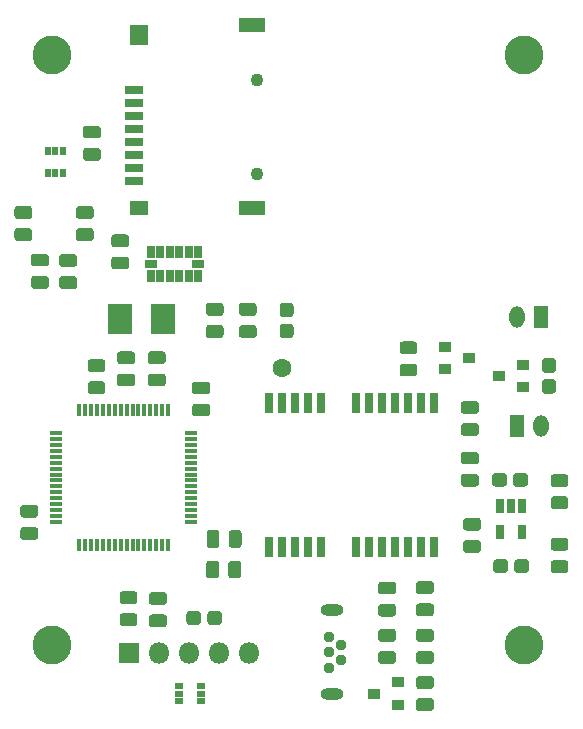
<source format=gbr>
G04 #@! TF.GenerationSoftware,KiCad,Pcbnew,5.0.0+dfsg1-2*
G04 #@! TF.CreationDate,2018-10-30T23:18:40+03:00*
G04 #@! TF.ProjectId,SD_Track,53445F547261636B2E6B696361645F70,2*
G04 #@! TF.SameCoordinates,PX68e7780PY3938700*
G04 #@! TF.FileFunction,Soldermask,Top*
G04 #@! TF.FilePolarity,Negative*
%FSLAX46Y46*%
G04 Gerber Fmt 4.6, Leading zero omitted, Abs format (unit mm)*
G04 Created by KiCad (PCBNEW 5.0.0+dfsg1-2) date Tue Oct 30 23:18:40 2018*
%MOMM*%
%LPD*%
G01*
G04 APERTURE LIST*
%ADD10C,0.100000*%
%ADD11C,1.075000*%
%ADD12R,0.350000X1.100000*%
%ADD13R,1.100000X0.350000*%
%ADD14C,3.300000*%
%ADD15R,1.300000X1.850000*%
%ADD16O,1.300000X1.850000*%
%ADD17C,1.150000*%
%ADD18R,1.800000X1.800000*%
%ADD19O,1.800000X1.800000*%
%ADD20C,0.940000*%
%ADD21O,1.950000X0.950000*%
%ADD22R,1.500000X0.800000*%
%ADD23R,1.500000X1.700000*%
%ADD24R,1.500000X1.300000*%
%ADD25R,2.300000X1.300000*%
%ADD26C,1.100000*%
%ADD27R,1.000000X0.900000*%
%ADD28R,0.750000X1.160000*%
%ADD29R,0.500000X0.750000*%
%ADD30R,0.800000X1.700000*%
%ADD31R,0.750000X0.500000*%
%ADD32R,0.700000X1.050000*%
%ADD33R,1.050000X0.700000*%
%ADD34R,2.100000X2.500000*%
%ADD35C,1.600000*%
G04 APERTURE END LIST*
D10*
G04 #@! TO.C,C7*
G36*
X18157592Y-36551294D02*
X18183681Y-36555164D01*
X18209264Y-36561572D01*
X18234096Y-36570457D01*
X18257938Y-36581734D01*
X18280560Y-36595293D01*
X18301743Y-36611003D01*
X18321285Y-36628715D01*
X18338997Y-36648257D01*
X18354707Y-36669440D01*
X18368266Y-36692062D01*
X18379543Y-36715904D01*
X18388428Y-36740736D01*
X18394836Y-36766319D01*
X18398706Y-36792408D01*
X18400000Y-36818750D01*
X18400000Y-37356250D01*
X18398706Y-37382592D01*
X18394836Y-37408681D01*
X18388428Y-37434264D01*
X18379543Y-37459096D01*
X18368266Y-37482938D01*
X18354707Y-37505560D01*
X18338997Y-37526743D01*
X18321285Y-37546285D01*
X18301743Y-37563997D01*
X18280560Y-37579707D01*
X18257938Y-37593266D01*
X18234096Y-37604543D01*
X18209264Y-37613428D01*
X18183681Y-37619836D01*
X18157592Y-37623706D01*
X18131250Y-37625000D01*
X17168750Y-37625000D01*
X17142408Y-37623706D01*
X17116319Y-37619836D01*
X17090736Y-37613428D01*
X17065904Y-37604543D01*
X17042062Y-37593266D01*
X17019440Y-37579707D01*
X16998257Y-37563997D01*
X16978715Y-37546285D01*
X16961003Y-37526743D01*
X16945293Y-37505560D01*
X16931734Y-37482938D01*
X16920457Y-37459096D01*
X16911572Y-37434264D01*
X16905164Y-37408681D01*
X16901294Y-37382592D01*
X16900000Y-37356250D01*
X16900000Y-36818750D01*
X16901294Y-36792408D01*
X16905164Y-36766319D01*
X16911572Y-36740736D01*
X16920457Y-36715904D01*
X16931734Y-36692062D01*
X16945293Y-36669440D01*
X16961003Y-36648257D01*
X16978715Y-36628715D01*
X16998257Y-36611003D01*
X17019440Y-36595293D01*
X17042062Y-36581734D01*
X17065904Y-36570457D01*
X17090736Y-36561572D01*
X17116319Y-36555164D01*
X17142408Y-36551294D01*
X17168750Y-36550000D01*
X18131250Y-36550000D01*
X18157592Y-36551294D01*
X18157592Y-36551294D01*
G37*
D11*
X17650000Y-37087500D03*
D10*
G36*
X18157592Y-34676294D02*
X18183681Y-34680164D01*
X18209264Y-34686572D01*
X18234096Y-34695457D01*
X18257938Y-34706734D01*
X18280560Y-34720293D01*
X18301743Y-34736003D01*
X18321285Y-34753715D01*
X18338997Y-34773257D01*
X18354707Y-34794440D01*
X18368266Y-34817062D01*
X18379543Y-34840904D01*
X18388428Y-34865736D01*
X18394836Y-34891319D01*
X18398706Y-34917408D01*
X18400000Y-34943750D01*
X18400000Y-35481250D01*
X18398706Y-35507592D01*
X18394836Y-35533681D01*
X18388428Y-35559264D01*
X18379543Y-35584096D01*
X18368266Y-35607938D01*
X18354707Y-35630560D01*
X18338997Y-35651743D01*
X18321285Y-35671285D01*
X18301743Y-35688997D01*
X18280560Y-35704707D01*
X18257938Y-35718266D01*
X18234096Y-35729543D01*
X18209264Y-35738428D01*
X18183681Y-35744836D01*
X18157592Y-35748706D01*
X18131250Y-35750000D01*
X17168750Y-35750000D01*
X17142408Y-35748706D01*
X17116319Y-35744836D01*
X17090736Y-35738428D01*
X17065904Y-35729543D01*
X17042062Y-35718266D01*
X17019440Y-35704707D01*
X16998257Y-35688997D01*
X16978715Y-35671285D01*
X16961003Y-35651743D01*
X16945293Y-35630560D01*
X16931734Y-35607938D01*
X16920457Y-35584096D01*
X16911572Y-35559264D01*
X16905164Y-35533681D01*
X16901294Y-35507592D01*
X16900000Y-35481250D01*
X16900000Y-34943750D01*
X16901294Y-34917408D01*
X16905164Y-34891319D01*
X16911572Y-34865736D01*
X16920457Y-34840904D01*
X16931734Y-34817062D01*
X16945293Y-34794440D01*
X16961003Y-34773257D01*
X16978715Y-34753715D01*
X16998257Y-34736003D01*
X17019440Y-34720293D01*
X17042062Y-34706734D01*
X17065904Y-34695457D01*
X17090736Y-34686572D01*
X17116319Y-34680164D01*
X17142408Y-34676294D01*
X17168750Y-34675000D01*
X18131250Y-34675000D01*
X18157592Y-34676294D01*
X18157592Y-34676294D01*
G37*
D11*
X17650000Y-35212500D03*
G04 #@! TD*
D12*
G04 #@! TO.C,U4*
X14850000Y-37100000D03*
X14350000Y-37100000D03*
X13850000Y-37100000D03*
X13350000Y-37100000D03*
X12850000Y-37100000D03*
X12350000Y-37100000D03*
X11850000Y-37100000D03*
X11350000Y-37100000D03*
X10850000Y-37100000D03*
X10350000Y-37100000D03*
X9850000Y-37100000D03*
X9350000Y-37100000D03*
X8850000Y-37100000D03*
X8350000Y-37100000D03*
X7850000Y-37100000D03*
X7350000Y-37100000D03*
D13*
X5400000Y-39050000D03*
X5400000Y-39550000D03*
X5400000Y-40050000D03*
X5400000Y-40550000D03*
X5400000Y-41050000D03*
X5400000Y-41550000D03*
X5400000Y-42050000D03*
X5400000Y-42550000D03*
X5400000Y-43050000D03*
X5400000Y-43550000D03*
X5400000Y-44050000D03*
X5400000Y-44550000D03*
X5400000Y-45050000D03*
X5400000Y-45550000D03*
X5400000Y-46050000D03*
X5400000Y-46550000D03*
D12*
X7350000Y-48500000D03*
X7850000Y-48500000D03*
X8350000Y-48500000D03*
X8850000Y-48500000D03*
X9350000Y-48500000D03*
X9850000Y-48500000D03*
X10350000Y-48500000D03*
X10850000Y-48500000D03*
X11350000Y-48500000D03*
X11850000Y-48500000D03*
X12350000Y-48500000D03*
X12850000Y-48500000D03*
X13350000Y-48500000D03*
X13850000Y-48500000D03*
X14350000Y-48500000D03*
X14850000Y-48500000D03*
D13*
X16800000Y-46550000D03*
X16800000Y-46050000D03*
X16800000Y-45550000D03*
X16800000Y-45050000D03*
X16800000Y-44550000D03*
X16800000Y-44050000D03*
X16800000Y-43550000D03*
X16800000Y-43050000D03*
X16800000Y-42550000D03*
X16800000Y-42050000D03*
X16800000Y-41550000D03*
X16800000Y-41050000D03*
X16800000Y-40550000D03*
X16800000Y-40050000D03*
X16800000Y-39550000D03*
X16800000Y-39050000D03*
G04 #@! TD*
D14*
G04 #@! TO.C,*
X45000000Y-57000000D03*
G04 #@! TD*
G04 #@! TO.C,*
X45000000Y-7000000D03*
G04 #@! TD*
G04 #@! TO.C,*
X5000000Y-7000000D03*
G04 #@! TD*
D15*
G04 #@! TO.C,BT1*
X44400000Y-38400000D03*
D16*
X46400000Y-38400000D03*
G04 #@! TD*
D10*
G04 #@! TO.C,C1*
G36*
X45153029Y-49726318D02*
X45179608Y-49730261D01*
X45205674Y-49736790D01*
X45230973Y-49745842D01*
X45255264Y-49757331D01*
X45278311Y-49771145D01*
X45299894Y-49787152D01*
X45319803Y-49805197D01*
X45337848Y-49825106D01*
X45353855Y-49846689D01*
X45367669Y-49869736D01*
X45379158Y-49894027D01*
X45388210Y-49919326D01*
X45394739Y-49945392D01*
X45398682Y-49971971D01*
X45400000Y-49998809D01*
X45400000Y-50601191D01*
X45398682Y-50628029D01*
X45394739Y-50654608D01*
X45388210Y-50680674D01*
X45379158Y-50705973D01*
X45367669Y-50730264D01*
X45353855Y-50753311D01*
X45337848Y-50774894D01*
X45319803Y-50794803D01*
X45299894Y-50812848D01*
X45278311Y-50828855D01*
X45255264Y-50842669D01*
X45230973Y-50854158D01*
X45205674Y-50863210D01*
X45179608Y-50869739D01*
X45153029Y-50873682D01*
X45126191Y-50875000D01*
X44448809Y-50875000D01*
X44421971Y-50873682D01*
X44395392Y-50869739D01*
X44369326Y-50863210D01*
X44344027Y-50854158D01*
X44319736Y-50842669D01*
X44296689Y-50828855D01*
X44275106Y-50812848D01*
X44255197Y-50794803D01*
X44237152Y-50774894D01*
X44221145Y-50753311D01*
X44207331Y-50730264D01*
X44195842Y-50705973D01*
X44186790Y-50680674D01*
X44180261Y-50654608D01*
X44176318Y-50628029D01*
X44175000Y-50601191D01*
X44175000Y-49998809D01*
X44176318Y-49971971D01*
X44180261Y-49945392D01*
X44186790Y-49919326D01*
X44195842Y-49894027D01*
X44207331Y-49869736D01*
X44221145Y-49846689D01*
X44237152Y-49825106D01*
X44255197Y-49805197D01*
X44275106Y-49787152D01*
X44296689Y-49771145D01*
X44319736Y-49757331D01*
X44344027Y-49745842D01*
X44369326Y-49736790D01*
X44395392Y-49730261D01*
X44421971Y-49726318D01*
X44448809Y-49725000D01*
X45126191Y-49725000D01*
X45153029Y-49726318D01*
X45153029Y-49726318D01*
G37*
D17*
X44787500Y-50300000D03*
D10*
G36*
X43378029Y-49726318D02*
X43404608Y-49730261D01*
X43430674Y-49736790D01*
X43455973Y-49745842D01*
X43480264Y-49757331D01*
X43503311Y-49771145D01*
X43524894Y-49787152D01*
X43544803Y-49805197D01*
X43562848Y-49825106D01*
X43578855Y-49846689D01*
X43592669Y-49869736D01*
X43604158Y-49894027D01*
X43613210Y-49919326D01*
X43619739Y-49945392D01*
X43623682Y-49971971D01*
X43625000Y-49998809D01*
X43625000Y-50601191D01*
X43623682Y-50628029D01*
X43619739Y-50654608D01*
X43613210Y-50680674D01*
X43604158Y-50705973D01*
X43592669Y-50730264D01*
X43578855Y-50753311D01*
X43562848Y-50774894D01*
X43544803Y-50794803D01*
X43524894Y-50812848D01*
X43503311Y-50828855D01*
X43480264Y-50842669D01*
X43455973Y-50854158D01*
X43430674Y-50863210D01*
X43404608Y-50869739D01*
X43378029Y-50873682D01*
X43351191Y-50875000D01*
X42673809Y-50875000D01*
X42646971Y-50873682D01*
X42620392Y-50869739D01*
X42594326Y-50863210D01*
X42569027Y-50854158D01*
X42544736Y-50842669D01*
X42521689Y-50828855D01*
X42500106Y-50812848D01*
X42480197Y-50794803D01*
X42462152Y-50774894D01*
X42446145Y-50753311D01*
X42432331Y-50730264D01*
X42420842Y-50705973D01*
X42411790Y-50680674D01*
X42405261Y-50654608D01*
X42401318Y-50628029D01*
X42400000Y-50601191D01*
X42400000Y-49998809D01*
X42401318Y-49971971D01*
X42405261Y-49945392D01*
X42411790Y-49919326D01*
X42420842Y-49894027D01*
X42432331Y-49869736D01*
X42446145Y-49846689D01*
X42462152Y-49825106D01*
X42480197Y-49805197D01*
X42500106Y-49787152D01*
X42521689Y-49771145D01*
X42544736Y-49757331D01*
X42569027Y-49745842D01*
X42594326Y-49736790D01*
X42620392Y-49730261D01*
X42646971Y-49726318D01*
X42673809Y-49725000D01*
X43351191Y-49725000D01*
X43378029Y-49726318D01*
X43378029Y-49726318D01*
G37*
D17*
X43012500Y-50300000D03*
G04 #@! TD*
D10*
G04 #@! TO.C,C2*
G36*
X8907592Y-13026294D02*
X8933681Y-13030164D01*
X8959264Y-13036572D01*
X8984096Y-13045457D01*
X9007938Y-13056734D01*
X9030560Y-13070293D01*
X9051743Y-13086003D01*
X9071285Y-13103715D01*
X9088997Y-13123257D01*
X9104707Y-13144440D01*
X9118266Y-13167062D01*
X9129543Y-13190904D01*
X9138428Y-13215736D01*
X9144836Y-13241319D01*
X9148706Y-13267408D01*
X9150000Y-13293750D01*
X9150000Y-13831250D01*
X9148706Y-13857592D01*
X9144836Y-13883681D01*
X9138428Y-13909264D01*
X9129543Y-13934096D01*
X9118266Y-13957938D01*
X9104707Y-13980560D01*
X9088997Y-14001743D01*
X9071285Y-14021285D01*
X9051743Y-14038997D01*
X9030560Y-14054707D01*
X9007938Y-14068266D01*
X8984096Y-14079543D01*
X8959264Y-14088428D01*
X8933681Y-14094836D01*
X8907592Y-14098706D01*
X8881250Y-14100000D01*
X7918750Y-14100000D01*
X7892408Y-14098706D01*
X7866319Y-14094836D01*
X7840736Y-14088428D01*
X7815904Y-14079543D01*
X7792062Y-14068266D01*
X7769440Y-14054707D01*
X7748257Y-14038997D01*
X7728715Y-14021285D01*
X7711003Y-14001743D01*
X7695293Y-13980560D01*
X7681734Y-13957938D01*
X7670457Y-13934096D01*
X7661572Y-13909264D01*
X7655164Y-13883681D01*
X7651294Y-13857592D01*
X7650000Y-13831250D01*
X7650000Y-13293750D01*
X7651294Y-13267408D01*
X7655164Y-13241319D01*
X7661572Y-13215736D01*
X7670457Y-13190904D01*
X7681734Y-13167062D01*
X7695293Y-13144440D01*
X7711003Y-13123257D01*
X7728715Y-13103715D01*
X7748257Y-13086003D01*
X7769440Y-13070293D01*
X7792062Y-13056734D01*
X7815904Y-13045457D01*
X7840736Y-13036572D01*
X7866319Y-13030164D01*
X7892408Y-13026294D01*
X7918750Y-13025000D01*
X8881250Y-13025000D01*
X8907592Y-13026294D01*
X8907592Y-13026294D01*
G37*
D11*
X8400000Y-13562500D03*
D10*
G36*
X8907592Y-14901294D02*
X8933681Y-14905164D01*
X8959264Y-14911572D01*
X8984096Y-14920457D01*
X9007938Y-14931734D01*
X9030560Y-14945293D01*
X9051743Y-14961003D01*
X9071285Y-14978715D01*
X9088997Y-14998257D01*
X9104707Y-15019440D01*
X9118266Y-15042062D01*
X9129543Y-15065904D01*
X9138428Y-15090736D01*
X9144836Y-15116319D01*
X9148706Y-15142408D01*
X9150000Y-15168750D01*
X9150000Y-15706250D01*
X9148706Y-15732592D01*
X9144836Y-15758681D01*
X9138428Y-15784264D01*
X9129543Y-15809096D01*
X9118266Y-15832938D01*
X9104707Y-15855560D01*
X9088997Y-15876743D01*
X9071285Y-15896285D01*
X9051743Y-15913997D01*
X9030560Y-15929707D01*
X9007938Y-15943266D01*
X8984096Y-15954543D01*
X8959264Y-15963428D01*
X8933681Y-15969836D01*
X8907592Y-15973706D01*
X8881250Y-15975000D01*
X7918750Y-15975000D01*
X7892408Y-15973706D01*
X7866319Y-15969836D01*
X7840736Y-15963428D01*
X7815904Y-15954543D01*
X7792062Y-15943266D01*
X7769440Y-15929707D01*
X7748257Y-15913997D01*
X7728715Y-15896285D01*
X7711003Y-15876743D01*
X7695293Y-15855560D01*
X7681734Y-15832938D01*
X7670457Y-15809096D01*
X7661572Y-15784264D01*
X7655164Y-15758681D01*
X7651294Y-15732592D01*
X7650000Y-15706250D01*
X7650000Y-15168750D01*
X7651294Y-15142408D01*
X7655164Y-15116319D01*
X7661572Y-15090736D01*
X7670457Y-15065904D01*
X7681734Y-15042062D01*
X7695293Y-15019440D01*
X7711003Y-14998257D01*
X7728715Y-14978715D01*
X7748257Y-14961003D01*
X7769440Y-14945293D01*
X7792062Y-14931734D01*
X7815904Y-14920457D01*
X7840736Y-14911572D01*
X7866319Y-14905164D01*
X7892408Y-14901294D01*
X7918750Y-14900000D01*
X8881250Y-14900000D01*
X8907592Y-14901294D01*
X8907592Y-14901294D01*
G37*
D11*
X8400000Y-15437500D03*
G04 #@! TD*
D10*
G04 #@! TO.C,C3*
G36*
X45053029Y-42426318D02*
X45079608Y-42430261D01*
X45105674Y-42436790D01*
X45130973Y-42445842D01*
X45155264Y-42457331D01*
X45178311Y-42471145D01*
X45199894Y-42487152D01*
X45219803Y-42505197D01*
X45237848Y-42525106D01*
X45253855Y-42546689D01*
X45267669Y-42569736D01*
X45279158Y-42594027D01*
X45288210Y-42619326D01*
X45294739Y-42645392D01*
X45298682Y-42671971D01*
X45300000Y-42698809D01*
X45300000Y-43301191D01*
X45298682Y-43328029D01*
X45294739Y-43354608D01*
X45288210Y-43380674D01*
X45279158Y-43405973D01*
X45267669Y-43430264D01*
X45253855Y-43453311D01*
X45237848Y-43474894D01*
X45219803Y-43494803D01*
X45199894Y-43512848D01*
X45178311Y-43528855D01*
X45155264Y-43542669D01*
X45130973Y-43554158D01*
X45105674Y-43563210D01*
X45079608Y-43569739D01*
X45053029Y-43573682D01*
X45026191Y-43575000D01*
X44348809Y-43575000D01*
X44321971Y-43573682D01*
X44295392Y-43569739D01*
X44269326Y-43563210D01*
X44244027Y-43554158D01*
X44219736Y-43542669D01*
X44196689Y-43528855D01*
X44175106Y-43512848D01*
X44155197Y-43494803D01*
X44137152Y-43474894D01*
X44121145Y-43453311D01*
X44107331Y-43430264D01*
X44095842Y-43405973D01*
X44086790Y-43380674D01*
X44080261Y-43354608D01*
X44076318Y-43328029D01*
X44075000Y-43301191D01*
X44075000Y-42698809D01*
X44076318Y-42671971D01*
X44080261Y-42645392D01*
X44086790Y-42619326D01*
X44095842Y-42594027D01*
X44107331Y-42569736D01*
X44121145Y-42546689D01*
X44137152Y-42525106D01*
X44155197Y-42505197D01*
X44175106Y-42487152D01*
X44196689Y-42471145D01*
X44219736Y-42457331D01*
X44244027Y-42445842D01*
X44269326Y-42436790D01*
X44295392Y-42430261D01*
X44321971Y-42426318D01*
X44348809Y-42425000D01*
X45026191Y-42425000D01*
X45053029Y-42426318D01*
X45053029Y-42426318D01*
G37*
D17*
X44687500Y-43000000D03*
D10*
G36*
X43278029Y-42426318D02*
X43304608Y-42430261D01*
X43330674Y-42436790D01*
X43355973Y-42445842D01*
X43380264Y-42457331D01*
X43403311Y-42471145D01*
X43424894Y-42487152D01*
X43444803Y-42505197D01*
X43462848Y-42525106D01*
X43478855Y-42546689D01*
X43492669Y-42569736D01*
X43504158Y-42594027D01*
X43513210Y-42619326D01*
X43519739Y-42645392D01*
X43523682Y-42671971D01*
X43525000Y-42698809D01*
X43525000Y-43301191D01*
X43523682Y-43328029D01*
X43519739Y-43354608D01*
X43513210Y-43380674D01*
X43504158Y-43405973D01*
X43492669Y-43430264D01*
X43478855Y-43453311D01*
X43462848Y-43474894D01*
X43444803Y-43494803D01*
X43424894Y-43512848D01*
X43403311Y-43528855D01*
X43380264Y-43542669D01*
X43355973Y-43554158D01*
X43330674Y-43563210D01*
X43304608Y-43569739D01*
X43278029Y-43573682D01*
X43251191Y-43575000D01*
X42573809Y-43575000D01*
X42546971Y-43573682D01*
X42520392Y-43569739D01*
X42494326Y-43563210D01*
X42469027Y-43554158D01*
X42444736Y-43542669D01*
X42421689Y-43528855D01*
X42400106Y-43512848D01*
X42380197Y-43494803D01*
X42362152Y-43474894D01*
X42346145Y-43453311D01*
X42332331Y-43430264D01*
X42320842Y-43405973D01*
X42311790Y-43380674D01*
X42305261Y-43354608D01*
X42301318Y-43328029D01*
X42300000Y-43301191D01*
X42300000Y-42698809D01*
X42301318Y-42671971D01*
X42305261Y-42645392D01*
X42311790Y-42619326D01*
X42320842Y-42594027D01*
X42332331Y-42569736D01*
X42346145Y-42546689D01*
X42362152Y-42525106D01*
X42380197Y-42505197D01*
X42400106Y-42487152D01*
X42421689Y-42471145D01*
X42444736Y-42457331D01*
X42469027Y-42445842D01*
X42494326Y-42436790D01*
X42520392Y-42430261D01*
X42546971Y-42426318D01*
X42573809Y-42425000D01*
X43251191Y-42425000D01*
X43278029Y-42426318D01*
X43278029Y-42426318D01*
G37*
D17*
X42912500Y-43000000D03*
G04 #@! TD*
D10*
G04 #@! TO.C,C4*
G36*
X47428029Y-32701318D02*
X47454608Y-32705261D01*
X47480674Y-32711790D01*
X47505973Y-32720842D01*
X47530264Y-32732331D01*
X47553311Y-32746145D01*
X47574894Y-32762152D01*
X47594803Y-32780197D01*
X47612848Y-32800106D01*
X47628855Y-32821689D01*
X47642669Y-32844736D01*
X47654158Y-32869027D01*
X47663210Y-32894326D01*
X47669739Y-32920392D01*
X47673682Y-32946971D01*
X47675000Y-32973809D01*
X47675000Y-33651191D01*
X47673682Y-33678029D01*
X47669739Y-33704608D01*
X47663210Y-33730674D01*
X47654158Y-33755973D01*
X47642669Y-33780264D01*
X47628855Y-33803311D01*
X47612848Y-33824894D01*
X47594803Y-33844803D01*
X47574894Y-33862848D01*
X47553311Y-33878855D01*
X47530264Y-33892669D01*
X47505973Y-33904158D01*
X47480674Y-33913210D01*
X47454608Y-33919739D01*
X47428029Y-33923682D01*
X47401191Y-33925000D01*
X46798809Y-33925000D01*
X46771971Y-33923682D01*
X46745392Y-33919739D01*
X46719326Y-33913210D01*
X46694027Y-33904158D01*
X46669736Y-33892669D01*
X46646689Y-33878855D01*
X46625106Y-33862848D01*
X46605197Y-33844803D01*
X46587152Y-33824894D01*
X46571145Y-33803311D01*
X46557331Y-33780264D01*
X46545842Y-33755973D01*
X46536790Y-33730674D01*
X46530261Y-33704608D01*
X46526318Y-33678029D01*
X46525000Y-33651191D01*
X46525000Y-32973809D01*
X46526318Y-32946971D01*
X46530261Y-32920392D01*
X46536790Y-32894326D01*
X46545842Y-32869027D01*
X46557331Y-32844736D01*
X46571145Y-32821689D01*
X46587152Y-32800106D01*
X46605197Y-32780197D01*
X46625106Y-32762152D01*
X46646689Y-32746145D01*
X46669736Y-32732331D01*
X46694027Y-32720842D01*
X46719326Y-32711790D01*
X46745392Y-32705261D01*
X46771971Y-32701318D01*
X46798809Y-32700000D01*
X47401191Y-32700000D01*
X47428029Y-32701318D01*
X47428029Y-32701318D01*
G37*
D17*
X47100000Y-33312500D03*
D10*
G36*
X47428029Y-34476318D02*
X47454608Y-34480261D01*
X47480674Y-34486790D01*
X47505973Y-34495842D01*
X47530264Y-34507331D01*
X47553311Y-34521145D01*
X47574894Y-34537152D01*
X47594803Y-34555197D01*
X47612848Y-34575106D01*
X47628855Y-34596689D01*
X47642669Y-34619736D01*
X47654158Y-34644027D01*
X47663210Y-34669326D01*
X47669739Y-34695392D01*
X47673682Y-34721971D01*
X47675000Y-34748809D01*
X47675000Y-35426191D01*
X47673682Y-35453029D01*
X47669739Y-35479608D01*
X47663210Y-35505674D01*
X47654158Y-35530973D01*
X47642669Y-35555264D01*
X47628855Y-35578311D01*
X47612848Y-35599894D01*
X47594803Y-35619803D01*
X47574894Y-35637848D01*
X47553311Y-35653855D01*
X47530264Y-35667669D01*
X47505973Y-35679158D01*
X47480674Y-35688210D01*
X47454608Y-35694739D01*
X47428029Y-35698682D01*
X47401191Y-35700000D01*
X46798809Y-35700000D01*
X46771971Y-35698682D01*
X46745392Y-35694739D01*
X46719326Y-35688210D01*
X46694027Y-35679158D01*
X46669736Y-35667669D01*
X46646689Y-35653855D01*
X46625106Y-35637848D01*
X46605197Y-35619803D01*
X46587152Y-35599894D01*
X46571145Y-35578311D01*
X46557331Y-35555264D01*
X46545842Y-35530973D01*
X46536790Y-35505674D01*
X46530261Y-35479608D01*
X46526318Y-35453029D01*
X46525000Y-35426191D01*
X46525000Y-34748809D01*
X46526318Y-34721971D01*
X46530261Y-34695392D01*
X46536790Y-34669326D01*
X46545842Y-34644027D01*
X46557331Y-34619736D01*
X46571145Y-34596689D01*
X46587152Y-34575106D01*
X46605197Y-34555197D01*
X46625106Y-34537152D01*
X46646689Y-34521145D01*
X46669736Y-34507331D01*
X46694027Y-34495842D01*
X46719326Y-34486790D01*
X46745392Y-34480261D01*
X46771971Y-34476318D01*
X46798809Y-34475000D01*
X47401191Y-34475000D01*
X47428029Y-34476318D01*
X47428029Y-34476318D01*
G37*
D17*
X47100000Y-35087500D03*
G04 #@! TD*
D10*
G04 #@! TO.C,C5*
G36*
X25228029Y-29776318D02*
X25254608Y-29780261D01*
X25280674Y-29786790D01*
X25305973Y-29795842D01*
X25330264Y-29807331D01*
X25353311Y-29821145D01*
X25374894Y-29837152D01*
X25394803Y-29855197D01*
X25412848Y-29875106D01*
X25428855Y-29896689D01*
X25442669Y-29919736D01*
X25454158Y-29944027D01*
X25463210Y-29969326D01*
X25469739Y-29995392D01*
X25473682Y-30021971D01*
X25475000Y-30048809D01*
X25475000Y-30726191D01*
X25473682Y-30753029D01*
X25469739Y-30779608D01*
X25463210Y-30805674D01*
X25454158Y-30830973D01*
X25442669Y-30855264D01*
X25428855Y-30878311D01*
X25412848Y-30899894D01*
X25394803Y-30919803D01*
X25374894Y-30937848D01*
X25353311Y-30953855D01*
X25330264Y-30967669D01*
X25305973Y-30979158D01*
X25280674Y-30988210D01*
X25254608Y-30994739D01*
X25228029Y-30998682D01*
X25201191Y-31000000D01*
X24598809Y-31000000D01*
X24571971Y-30998682D01*
X24545392Y-30994739D01*
X24519326Y-30988210D01*
X24494027Y-30979158D01*
X24469736Y-30967669D01*
X24446689Y-30953855D01*
X24425106Y-30937848D01*
X24405197Y-30919803D01*
X24387152Y-30899894D01*
X24371145Y-30878311D01*
X24357331Y-30855264D01*
X24345842Y-30830973D01*
X24336790Y-30805674D01*
X24330261Y-30779608D01*
X24326318Y-30753029D01*
X24325000Y-30726191D01*
X24325000Y-30048809D01*
X24326318Y-30021971D01*
X24330261Y-29995392D01*
X24336790Y-29969326D01*
X24345842Y-29944027D01*
X24357331Y-29919736D01*
X24371145Y-29896689D01*
X24387152Y-29875106D01*
X24405197Y-29855197D01*
X24425106Y-29837152D01*
X24446689Y-29821145D01*
X24469736Y-29807331D01*
X24494027Y-29795842D01*
X24519326Y-29786790D01*
X24545392Y-29780261D01*
X24571971Y-29776318D01*
X24598809Y-29775000D01*
X25201191Y-29775000D01*
X25228029Y-29776318D01*
X25228029Y-29776318D01*
G37*
D17*
X24900000Y-30387500D03*
D10*
G36*
X25228029Y-28001318D02*
X25254608Y-28005261D01*
X25280674Y-28011790D01*
X25305973Y-28020842D01*
X25330264Y-28032331D01*
X25353311Y-28046145D01*
X25374894Y-28062152D01*
X25394803Y-28080197D01*
X25412848Y-28100106D01*
X25428855Y-28121689D01*
X25442669Y-28144736D01*
X25454158Y-28169027D01*
X25463210Y-28194326D01*
X25469739Y-28220392D01*
X25473682Y-28246971D01*
X25475000Y-28273809D01*
X25475000Y-28951191D01*
X25473682Y-28978029D01*
X25469739Y-29004608D01*
X25463210Y-29030674D01*
X25454158Y-29055973D01*
X25442669Y-29080264D01*
X25428855Y-29103311D01*
X25412848Y-29124894D01*
X25394803Y-29144803D01*
X25374894Y-29162848D01*
X25353311Y-29178855D01*
X25330264Y-29192669D01*
X25305973Y-29204158D01*
X25280674Y-29213210D01*
X25254608Y-29219739D01*
X25228029Y-29223682D01*
X25201191Y-29225000D01*
X24598809Y-29225000D01*
X24571971Y-29223682D01*
X24545392Y-29219739D01*
X24519326Y-29213210D01*
X24494027Y-29204158D01*
X24469736Y-29192669D01*
X24446689Y-29178855D01*
X24425106Y-29162848D01*
X24405197Y-29144803D01*
X24387152Y-29124894D01*
X24371145Y-29103311D01*
X24357331Y-29080264D01*
X24345842Y-29055973D01*
X24336790Y-29030674D01*
X24330261Y-29004608D01*
X24326318Y-28978029D01*
X24325000Y-28951191D01*
X24325000Y-28273809D01*
X24326318Y-28246971D01*
X24330261Y-28220392D01*
X24336790Y-28194326D01*
X24345842Y-28169027D01*
X24357331Y-28144736D01*
X24371145Y-28121689D01*
X24387152Y-28100106D01*
X24405197Y-28080197D01*
X24425106Y-28062152D01*
X24446689Y-28046145D01*
X24469736Y-28032331D01*
X24494027Y-28020842D01*
X24519326Y-28011790D01*
X24545392Y-28005261D01*
X24571971Y-28001318D01*
X24598809Y-28000000D01*
X25201191Y-28000000D01*
X25228029Y-28001318D01*
X25228029Y-28001318D01*
G37*
D17*
X24900000Y-28612500D03*
G04 #@! TD*
D10*
G04 #@! TO.C,C6*
G36*
X9307592Y-32788794D02*
X9333681Y-32792664D01*
X9359264Y-32799072D01*
X9384096Y-32807957D01*
X9407938Y-32819234D01*
X9430560Y-32832793D01*
X9451743Y-32848503D01*
X9471285Y-32866215D01*
X9488997Y-32885757D01*
X9504707Y-32906940D01*
X9518266Y-32929562D01*
X9529543Y-32953404D01*
X9538428Y-32978236D01*
X9544836Y-33003819D01*
X9548706Y-33029908D01*
X9550000Y-33056250D01*
X9550000Y-33593750D01*
X9548706Y-33620092D01*
X9544836Y-33646181D01*
X9538428Y-33671764D01*
X9529543Y-33696596D01*
X9518266Y-33720438D01*
X9504707Y-33743060D01*
X9488997Y-33764243D01*
X9471285Y-33783785D01*
X9451743Y-33801497D01*
X9430560Y-33817207D01*
X9407938Y-33830766D01*
X9384096Y-33842043D01*
X9359264Y-33850928D01*
X9333681Y-33857336D01*
X9307592Y-33861206D01*
X9281250Y-33862500D01*
X8318750Y-33862500D01*
X8292408Y-33861206D01*
X8266319Y-33857336D01*
X8240736Y-33850928D01*
X8215904Y-33842043D01*
X8192062Y-33830766D01*
X8169440Y-33817207D01*
X8148257Y-33801497D01*
X8128715Y-33783785D01*
X8111003Y-33764243D01*
X8095293Y-33743060D01*
X8081734Y-33720438D01*
X8070457Y-33696596D01*
X8061572Y-33671764D01*
X8055164Y-33646181D01*
X8051294Y-33620092D01*
X8050000Y-33593750D01*
X8050000Y-33056250D01*
X8051294Y-33029908D01*
X8055164Y-33003819D01*
X8061572Y-32978236D01*
X8070457Y-32953404D01*
X8081734Y-32929562D01*
X8095293Y-32906940D01*
X8111003Y-32885757D01*
X8128715Y-32866215D01*
X8148257Y-32848503D01*
X8169440Y-32832793D01*
X8192062Y-32819234D01*
X8215904Y-32807957D01*
X8240736Y-32799072D01*
X8266319Y-32792664D01*
X8292408Y-32788794D01*
X8318750Y-32787500D01*
X9281250Y-32787500D01*
X9307592Y-32788794D01*
X9307592Y-32788794D01*
G37*
D11*
X8800000Y-33325000D03*
D10*
G36*
X9307592Y-34663794D02*
X9333681Y-34667664D01*
X9359264Y-34674072D01*
X9384096Y-34682957D01*
X9407938Y-34694234D01*
X9430560Y-34707793D01*
X9451743Y-34723503D01*
X9471285Y-34741215D01*
X9488997Y-34760757D01*
X9504707Y-34781940D01*
X9518266Y-34804562D01*
X9529543Y-34828404D01*
X9538428Y-34853236D01*
X9544836Y-34878819D01*
X9548706Y-34904908D01*
X9550000Y-34931250D01*
X9550000Y-35468750D01*
X9548706Y-35495092D01*
X9544836Y-35521181D01*
X9538428Y-35546764D01*
X9529543Y-35571596D01*
X9518266Y-35595438D01*
X9504707Y-35618060D01*
X9488997Y-35639243D01*
X9471285Y-35658785D01*
X9451743Y-35676497D01*
X9430560Y-35692207D01*
X9407938Y-35705766D01*
X9384096Y-35717043D01*
X9359264Y-35725928D01*
X9333681Y-35732336D01*
X9307592Y-35736206D01*
X9281250Y-35737500D01*
X8318750Y-35737500D01*
X8292408Y-35736206D01*
X8266319Y-35732336D01*
X8240736Y-35725928D01*
X8215904Y-35717043D01*
X8192062Y-35705766D01*
X8169440Y-35692207D01*
X8148257Y-35676497D01*
X8128715Y-35658785D01*
X8111003Y-35639243D01*
X8095293Y-35618060D01*
X8081734Y-35595438D01*
X8070457Y-35571596D01*
X8061572Y-35546764D01*
X8055164Y-35521181D01*
X8051294Y-35495092D01*
X8050000Y-35468750D01*
X8050000Y-34931250D01*
X8051294Y-34904908D01*
X8055164Y-34878819D01*
X8061572Y-34853236D01*
X8070457Y-34828404D01*
X8081734Y-34804562D01*
X8095293Y-34781940D01*
X8111003Y-34760757D01*
X8128715Y-34741215D01*
X8148257Y-34723503D01*
X8169440Y-34707793D01*
X8192062Y-34694234D01*
X8215904Y-34682957D01*
X8240736Y-34674072D01*
X8266319Y-34667664D01*
X8292408Y-34663794D01*
X8318750Y-34662500D01*
X9281250Y-34662500D01*
X9307592Y-34663794D01*
X9307592Y-34663794D01*
G37*
D11*
X8800000Y-35200000D03*
G04 #@! TD*
D10*
G04 #@! TO.C,C8*
G36*
X3607592Y-45126294D02*
X3633681Y-45130164D01*
X3659264Y-45136572D01*
X3684096Y-45145457D01*
X3707938Y-45156734D01*
X3730560Y-45170293D01*
X3751743Y-45186003D01*
X3771285Y-45203715D01*
X3788997Y-45223257D01*
X3804707Y-45244440D01*
X3818266Y-45267062D01*
X3829543Y-45290904D01*
X3838428Y-45315736D01*
X3844836Y-45341319D01*
X3848706Y-45367408D01*
X3850000Y-45393750D01*
X3850000Y-45931250D01*
X3848706Y-45957592D01*
X3844836Y-45983681D01*
X3838428Y-46009264D01*
X3829543Y-46034096D01*
X3818266Y-46057938D01*
X3804707Y-46080560D01*
X3788997Y-46101743D01*
X3771285Y-46121285D01*
X3751743Y-46138997D01*
X3730560Y-46154707D01*
X3707938Y-46168266D01*
X3684096Y-46179543D01*
X3659264Y-46188428D01*
X3633681Y-46194836D01*
X3607592Y-46198706D01*
X3581250Y-46200000D01*
X2618750Y-46200000D01*
X2592408Y-46198706D01*
X2566319Y-46194836D01*
X2540736Y-46188428D01*
X2515904Y-46179543D01*
X2492062Y-46168266D01*
X2469440Y-46154707D01*
X2448257Y-46138997D01*
X2428715Y-46121285D01*
X2411003Y-46101743D01*
X2395293Y-46080560D01*
X2381734Y-46057938D01*
X2370457Y-46034096D01*
X2361572Y-46009264D01*
X2355164Y-45983681D01*
X2351294Y-45957592D01*
X2350000Y-45931250D01*
X2350000Y-45393750D01*
X2351294Y-45367408D01*
X2355164Y-45341319D01*
X2361572Y-45315736D01*
X2370457Y-45290904D01*
X2381734Y-45267062D01*
X2395293Y-45244440D01*
X2411003Y-45223257D01*
X2428715Y-45203715D01*
X2448257Y-45186003D01*
X2469440Y-45170293D01*
X2492062Y-45156734D01*
X2515904Y-45145457D01*
X2540736Y-45136572D01*
X2566319Y-45130164D01*
X2592408Y-45126294D01*
X2618750Y-45125000D01*
X3581250Y-45125000D01*
X3607592Y-45126294D01*
X3607592Y-45126294D01*
G37*
D11*
X3100000Y-45662500D03*
D10*
G36*
X3607592Y-47001294D02*
X3633681Y-47005164D01*
X3659264Y-47011572D01*
X3684096Y-47020457D01*
X3707938Y-47031734D01*
X3730560Y-47045293D01*
X3751743Y-47061003D01*
X3771285Y-47078715D01*
X3788997Y-47098257D01*
X3804707Y-47119440D01*
X3818266Y-47142062D01*
X3829543Y-47165904D01*
X3838428Y-47190736D01*
X3844836Y-47216319D01*
X3848706Y-47242408D01*
X3850000Y-47268750D01*
X3850000Y-47806250D01*
X3848706Y-47832592D01*
X3844836Y-47858681D01*
X3838428Y-47884264D01*
X3829543Y-47909096D01*
X3818266Y-47932938D01*
X3804707Y-47955560D01*
X3788997Y-47976743D01*
X3771285Y-47996285D01*
X3751743Y-48013997D01*
X3730560Y-48029707D01*
X3707938Y-48043266D01*
X3684096Y-48054543D01*
X3659264Y-48063428D01*
X3633681Y-48069836D01*
X3607592Y-48073706D01*
X3581250Y-48075000D01*
X2618750Y-48075000D01*
X2592408Y-48073706D01*
X2566319Y-48069836D01*
X2540736Y-48063428D01*
X2515904Y-48054543D01*
X2492062Y-48043266D01*
X2469440Y-48029707D01*
X2448257Y-48013997D01*
X2428715Y-47996285D01*
X2411003Y-47976743D01*
X2395293Y-47955560D01*
X2381734Y-47932938D01*
X2370457Y-47909096D01*
X2361572Y-47884264D01*
X2355164Y-47858681D01*
X2351294Y-47832592D01*
X2350000Y-47806250D01*
X2350000Y-47268750D01*
X2351294Y-47242408D01*
X2355164Y-47216319D01*
X2361572Y-47190736D01*
X2370457Y-47165904D01*
X2381734Y-47142062D01*
X2395293Y-47119440D01*
X2411003Y-47098257D01*
X2428715Y-47078715D01*
X2448257Y-47061003D01*
X2469440Y-47045293D01*
X2492062Y-47031734D01*
X2515904Y-47020457D01*
X2540736Y-47011572D01*
X2566319Y-47005164D01*
X2592408Y-47001294D01*
X2618750Y-47000000D01*
X3581250Y-47000000D01*
X3607592Y-47001294D01*
X3607592Y-47001294D01*
G37*
D11*
X3100000Y-47537500D03*
G04 #@! TD*
D10*
G04 #@! TO.C,C9*
G36*
X14407592Y-34001294D02*
X14433681Y-34005164D01*
X14459264Y-34011572D01*
X14484096Y-34020457D01*
X14507938Y-34031734D01*
X14530560Y-34045293D01*
X14551743Y-34061003D01*
X14571285Y-34078715D01*
X14588997Y-34098257D01*
X14604707Y-34119440D01*
X14618266Y-34142062D01*
X14629543Y-34165904D01*
X14638428Y-34190736D01*
X14644836Y-34216319D01*
X14648706Y-34242408D01*
X14650000Y-34268750D01*
X14650000Y-34806250D01*
X14648706Y-34832592D01*
X14644836Y-34858681D01*
X14638428Y-34884264D01*
X14629543Y-34909096D01*
X14618266Y-34932938D01*
X14604707Y-34955560D01*
X14588997Y-34976743D01*
X14571285Y-34996285D01*
X14551743Y-35013997D01*
X14530560Y-35029707D01*
X14507938Y-35043266D01*
X14484096Y-35054543D01*
X14459264Y-35063428D01*
X14433681Y-35069836D01*
X14407592Y-35073706D01*
X14381250Y-35075000D01*
X13418750Y-35075000D01*
X13392408Y-35073706D01*
X13366319Y-35069836D01*
X13340736Y-35063428D01*
X13315904Y-35054543D01*
X13292062Y-35043266D01*
X13269440Y-35029707D01*
X13248257Y-35013997D01*
X13228715Y-34996285D01*
X13211003Y-34976743D01*
X13195293Y-34955560D01*
X13181734Y-34932938D01*
X13170457Y-34909096D01*
X13161572Y-34884264D01*
X13155164Y-34858681D01*
X13151294Y-34832592D01*
X13150000Y-34806250D01*
X13150000Y-34268750D01*
X13151294Y-34242408D01*
X13155164Y-34216319D01*
X13161572Y-34190736D01*
X13170457Y-34165904D01*
X13181734Y-34142062D01*
X13195293Y-34119440D01*
X13211003Y-34098257D01*
X13228715Y-34078715D01*
X13248257Y-34061003D01*
X13269440Y-34045293D01*
X13292062Y-34031734D01*
X13315904Y-34020457D01*
X13340736Y-34011572D01*
X13366319Y-34005164D01*
X13392408Y-34001294D01*
X13418750Y-34000000D01*
X14381250Y-34000000D01*
X14407592Y-34001294D01*
X14407592Y-34001294D01*
G37*
D11*
X13900000Y-34537500D03*
D10*
G36*
X14407592Y-32126294D02*
X14433681Y-32130164D01*
X14459264Y-32136572D01*
X14484096Y-32145457D01*
X14507938Y-32156734D01*
X14530560Y-32170293D01*
X14551743Y-32186003D01*
X14571285Y-32203715D01*
X14588997Y-32223257D01*
X14604707Y-32244440D01*
X14618266Y-32267062D01*
X14629543Y-32290904D01*
X14638428Y-32315736D01*
X14644836Y-32341319D01*
X14648706Y-32367408D01*
X14650000Y-32393750D01*
X14650000Y-32931250D01*
X14648706Y-32957592D01*
X14644836Y-32983681D01*
X14638428Y-33009264D01*
X14629543Y-33034096D01*
X14618266Y-33057938D01*
X14604707Y-33080560D01*
X14588997Y-33101743D01*
X14571285Y-33121285D01*
X14551743Y-33138997D01*
X14530560Y-33154707D01*
X14507938Y-33168266D01*
X14484096Y-33179543D01*
X14459264Y-33188428D01*
X14433681Y-33194836D01*
X14407592Y-33198706D01*
X14381250Y-33200000D01*
X13418750Y-33200000D01*
X13392408Y-33198706D01*
X13366319Y-33194836D01*
X13340736Y-33188428D01*
X13315904Y-33179543D01*
X13292062Y-33168266D01*
X13269440Y-33154707D01*
X13248257Y-33138997D01*
X13228715Y-33121285D01*
X13211003Y-33101743D01*
X13195293Y-33080560D01*
X13181734Y-33057938D01*
X13170457Y-33034096D01*
X13161572Y-33009264D01*
X13155164Y-32983681D01*
X13151294Y-32957592D01*
X13150000Y-32931250D01*
X13150000Y-32393750D01*
X13151294Y-32367408D01*
X13155164Y-32341319D01*
X13161572Y-32315736D01*
X13170457Y-32290904D01*
X13181734Y-32267062D01*
X13195293Y-32244440D01*
X13211003Y-32223257D01*
X13228715Y-32203715D01*
X13248257Y-32186003D01*
X13269440Y-32170293D01*
X13292062Y-32156734D01*
X13315904Y-32145457D01*
X13340736Y-32136572D01*
X13366319Y-32130164D01*
X13392408Y-32126294D01*
X13418750Y-32125000D01*
X14381250Y-32125000D01*
X14407592Y-32126294D01*
X14407592Y-32126294D01*
G37*
D11*
X13900000Y-32662500D03*
G04 #@! TD*
D10*
G04 #@! TO.C,C10*
G36*
X11807592Y-32126294D02*
X11833681Y-32130164D01*
X11859264Y-32136572D01*
X11884096Y-32145457D01*
X11907938Y-32156734D01*
X11930560Y-32170293D01*
X11951743Y-32186003D01*
X11971285Y-32203715D01*
X11988997Y-32223257D01*
X12004707Y-32244440D01*
X12018266Y-32267062D01*
X12029543Y-32290904D01*
X12038428Y-32315736D01*
X12044836Y-32341319D01*
X12048706Y-32367408D01*
X12050000Y-32393750D01*
X12050000Y-32931250D01*
X12048706Y-32957592D01*
X12044836Y-32983681D01*
X12038428Y-33009264D01*
X12029543Y-33034096D01*
X12018266Y-33057938D01*
X12004707Y-33080560D01*
X11988997Y-33101743D01*
X11971285Y-33121285D01*
X11951743Y-33138997D01*
X11930560Y-33154707D01*
X11907938Y-33168266D01*
X11884096Y-33179543D01*
X11859264Y-33188428D01*
X11833681Y-33194836D01*
X11807592Y-33198706D01*
X11781250Y-33200000D01*
X10818750Y-33200000D01*
X10792408Y-33198706D01*
X10766319Y-33194836D01*
X10740736Y-33188428D01*
X10715904Y-33179543D01*
X10692062Y-33168266D01*
X10669440Y-33154707D01*
X10648257Y-33138997D01*
X10628715Y-33121285D01*
X10611003Y-33101743D01*
X10595293Y-33080560D01*
X10581734Y-33057938D01*
X10570457Y-33034096D01*
X10561572Y-33009264D01*
X10555164Y-32983681D01*
X10551294Y-32957592D01*
X10550000Y-32931250D01*
X10550000Y-32393750D01*
X10551294Y-32367408D01*
X10555164Y-32341319D01*
X10561572Y-32315736D01*
X10570457Y-32290904D01*
X10581734Y-32267062D01*
X10595293Y-32244440D01*
X10611003Y-32223257D01*
X10628715Y-32203715D01*
X10648257Y-32186003D01*
X10669440Y-32170293D01*
X10692062Y-32156734D01*
X10715904Y-32145457D01*
X10740736Y-32136572D01*
X10766319Y-32130164D01*
X10792408Y-32126294D01*
X10818750Y-32125000D01*
X11781250Y-32125000D01*
X11807592Y-32126294D01*
X11807592Y-32126294D01*
G37*
D11*
X11300000Y-32662500D03*
D10*
G36*
X11807592Y-34001294D02*
X11833681Y-34005164D01*
X11859264Y-34011572D01*
X11884096Y-34020457D01*
X11907938Y-34031734D01*
X11930560Y-34045293D01*
X11951743Y-34061003D01*
X11971285Y-34078715D01*
X11988997Y-34098257D01*
X12004707Y-34119440D01*
X12018266Y-34142062D01*
X12029543Y-34165904D01*
X12038428Y-34190736D01*
X12044836Y-34216319D01*
X12048706Y-34242408D01*
X12050000Y-34268750D01*
X12050000Y-34806250D01*
X12048706Y-34832592D01*
X12044836Y-34858681D01*
X12038428Y-34884264D01*
X12029543Y-34909096D01*
X12018266Y-34932938D01*
X12004707Y-34955560D01*
X11988997Y-34976743D01*
X11971285Y-34996285D01*
X11951743Y-35013997D01*
X11930560Y-35029707D01*
X11907938Y-35043266D01*
X11884096Y-35054543D01*
X11859264Y-35063428D01*
X11833681Y-35069836D01*
X11807592Y-35073706D01*
X11781250Y-35075000D01*
X10818750Y-35075000D01*
X10792408Y-35073706D01*
X10766319Y-35069836D01*
X10740736Y-35063428D01*
X10715904Y-35054543D01*
X10692062Y-35043266D01*
X10669440Y-35029707D01*
X10648257Y-35013997D01*
X10628715Y-34996285D01*
X10611003Y-34976743D01*
X10595293Y-34955560D01*
X10581734Y-34932938D01*
X10570457Y-34909096D01*
X10561572Y-34884264D01*
X10555164Y-34858681D01*
X10551294Y-34832592D01*
X10550000Y-34806250D01*
X10550000Y-34268750D01*
X10551294Y-34242408D01*
X10555164Y-34216319D01*
X10561572Y-34190736D01*
X10570457Y-34165904D01*
X10581734Y-34142062D01*
X10595293Y-34119440D01*
X10611003Y-34098257D01*
X10628715Y-34078715D01*
X10648257Y-34061003D01*
X10669440Y-34045293D01*
X10692062Y-34031734D01*
X10715904Y-34020457D01*
X10740736Y-34011572D01*
X10766319Y-34005164D01*
X10792408Y-34001294D01*
X10818750Y-34000000D01*
X11781250Y-34000000D01*
X11807592Y-34001294D01*
X11807592Y-34001294D01*
G37*
D11*
X11300000Y-34537500D03*
G04 #@! TD*
D10*
G04 #@! TO.C,C11*
G36*
X19165529Y-54113818D02*
X19192108Y-54117761D01*
X19218174Y-54124290D01*
X19243473Y-54133342D01*
X19267764Y-54144831D01*
X19290811Y-54158645D01*
X19312394Y-54174652D01*
X19332303Y-54192697D01*
X19350348Y-54212606D01*
X19366355Y-54234189D01*
X19380169Y-54257236D01*
X19391658Y-54281527D01*
X19400710Y-54306826D01*
X19407239Y-54332892D01*
X19411182Y-54359471D01*
X19412500Y-54386309D01*
X19412500Y-54988691D01*
X19411182Y-55015529D01*
X19407239Y-55042108D01*
X19400710Y-55068174D01*
X19391658Y-55093473D01*
X19380169Y-55117764D01*
X19366355Y-55140811D01*
X19350348Y-55162394D01*
X19332303Y-55182303D01*
X19312394Y-55200348D01*
X19290811Y-55216355D01*
X19267764Y-55230169D01*
X19243473Y-55241658D01*
X19218174Y-55250710D01*
X19192108Y-55257239D01*
X19165529Y-55261182D01*
X19138691Y-55262500D01*
X18461309Y-55262500D01*
X18434471Y-55261182D01*
X18407892Y-55257239D01*
X18381826Y-55250710D01*
X18356527Y-55241658D01*
X18332236Y-55230169D01*
X18309189Y-55216355D01*
X18287606Y-55200348D01*
X18267697Y-55182303D01*
X18249652Y-55162394D01*
X18233645Y-55140811D01*
X18219831Y-55117764D01*
X18208342Y-55093473D01*
X18199290Y-55068174D01*
X18192761Y-55042108D01*
X18188818Y-55015529D01*
X18187500Y-54988691D01*
X18187500Y-54386309D01*
X18188818Y-54359471D01*
X18192761Y-54332892D01*
X18199290Y-54306826D01*
X18208342Y-54281527D01*
X18219831Y-54257236D01*
X18233645Y-54234189D01*
X18249652Y-54212606D01*
X18267697Y-54192697D01*
X18287606Y-54174652D01*
X18309189Y-54158645D01*
X18332236Y-54144831D01*
X18356527Y-54133342D01*
X18381826Y-54124290D01*
X18407892Y-54117761D01*
X18434471Y-54113818D01*
X18461309Y-54112500D01*
X19138691Y-54112500D01*
X19165529Y-54113818D01*
X19165529Y-54113818D01*
G37*
D17*
X18800000Y-54687500D03*
D10*
G36*
X17390529Y-54113818D02*
X17417108Y-54117761D01*
X17443174Y-54124290D01*
X17468473Y-54133342D01*
X17492764Y-54144831D01*
X17515811Y-54158645D01*
X17537394Y-54174652D01*
X17557303Y-54192697D01*
X17575348Y-54212606D01*
X17591355Y-54234189D01*
X17605169Y-54257236D01*
X17616658Y-54281527D01*
X17625710Y-54306826D01*
X17632239Y-54332892D01*
X17636182Y-54359471D01*
X17637500Y-54386309D01*
X17637500Y-54988691D01*
X17636182Y-55015529D01*
X17632239Y-55042108D01*
X17625710Y-55068174D01*
X17616658Y-55093473D01*
X17605169Y-55117764D01*
X17591355Y-55140811D01*
X17575348Y-55162394D01*
X17557303Y-55182303D01*
X17537394Y-55200348D01*
X17515811Y-55216355D01*
X17492764Y-55230169D01*
X17468473Y-55241658D01*
X17443174Y-55250710D01*
X17417108Y-55257239D01*
X17390529Y-55261182D01*
X17363691Y-55262500D01*
X16686309Y-55262500D01*
X16659471Y-55261182D01*
X16632892Y-55257239D01*
X16606826Y-55250710D01*
X16581527Y-55241658D01*
X16557236Y-55230169D01*
X16534189Y-55216355D01*
X16512606Y-55200348D01*
X16492697Y-55182303D01*
X16474652Y-55162394D01*
X16458645Y-55140811D01*
X16444831Y-55117764D01*
X16433342Y-55093473D01*
X16424290Y-55068174D01*
X16417761Y-55042108D01*
X16413818Y-55015529D01*
X16412500Y-54988691D01*
X16412500Y-54386309D01*
X16413818Y-54359471D01*
X16417761Y-54332892D01*
X16424290Y-54306826D01*
X16433342Y-54281527D01*
X16444831Y-54257236D01*
X16458645Y-54234189D01*
X16474652Y-54212606D01*
X16492697Y-54192697D01*
X16512606Y-54174652D01*
X16534189Y-54158645D01*
X16557236Y-54144831D01*
X16581527Y-54133342D01*
X16606826Y-54124290D01*
X16632892Y-54117761D01*
X16659471Y-54113818D01*
X16686309Y-54112500D01*
X17363691Y-54112500D01*
X17390529Y-54113818D01*
X17390529Y-54113818D01*
G37*
D17*
X17025000Y-54687500D03*
G04 #@! TD*
D10*
G04 #@! TO.C,C12*
G36*
X41107592Y-48101294D02*
X41133681Y-48105164D01*
X41159264Y-48111572D01*
X41184096Y-48120457D01*
X41207938Y-48131734D01*
X41230560Y-48145293D01*
X41251743Y-48161003D01*
X41271285Y-48178715D01*
X41288997Y-48198257D01*
X41304707Y-48219440D01*
X41318266Y-48242062D01*
X41329543Y-48265904D01*
X41338428Y-48290736D01*
X41344836Y-48316319D01*
X41348706Y-48342408D01*
X41350000Y-48368750D01*
X41350000Y-48906250D01*
X41348706Y-48932592D01*
X41344836Y-48958681D01*
X41338428Y-48984264D01*
X41329543Y-49009096D01*
X41318266Y-49032938D01*
X41304707Y-49055560D01*
X41288997Y-49076743D01*
X41271285Y-49096285D01*
X41251743Y-49113997D01*
X41230560Y-49129707D01*
X41207938Y-49143266D01*
X41184096Y-49154543D01*
X41159264Y-49163428D01*
X41133681Y-49169836D01*
X41107592Y-49173706D01*
X41081250Y-49175000D01*
X40118750Y-49175000D01*
X40092408Y-49173706D01*
X40066319Y-49169836D01*
X40040736Y-49163428D01*
X40015904Y-49154543D01*
X39992062Y-49143266D01*
X39969440Y-49129707D01*
X39948257Y-49113997D01*
X39928715Y-49096285D01*
X39911003Y-49076743D01*
X39895293Y-49055560D01*
X39881734Y-49032938D01*
X39870457Y-49009096D01*
X39861572Y-48984264D01*
X39855164Y-48958681D01*
X39851294Y-48932592D01*
X39850000Y-48906250D01*
X39850000Y-48368750D01*
X39851294Y-48342408D01*
X39855164Y-48316319D01*
X39861572Y-48290736D01*
X39870457Y-48265904D01*
X39881734Y-48242062D01*
X39895293Y-48219440D01*
X39911003Y-48198257D01*
X39928715Y-48178715D01*
X39948257Y-48161003D01*
X39969440Y-48145293D01*
X39992062Y-48131734D01*
X40015904Y-48120457D01*
X40040736Y-48111572D01*
X40066319Y-48105164D01*
X40092408Y-48101294D01*
X40118750Y-48100000D01*
X41081250Y-48100000D01*
X41107592Y-48101294D01*
X41107592Y-48101294D01*
G37*
D11*
X40600000Y-48637500D03*
D10*
G36*
X41107592Y-46226294D02*
X41133681Y-46230164D01*
X41159264Y-46236572D01*
X41184096Y-46245457D01*
X41207938Y-46256734D01*
X41230560Y-46270293D01*
X41251743Y-46286003D01*
X41271285Y-46303715D01*
X41288997Y-46323257D01*
X41304707Y-46344440D01*
X41318266Y-46367062D01*
X41329543Y-46390904D01*
X41338428Y-46415736D01*
X41344836Y-46441319D01*
X41348706Y-46467408D01*
X41350000Y-46493750D01*
X41350000Y-47031250D01*
X41348706Y-47057592D01*
X41344836Y-47083681D01*
X41338428Y-47109264D01*
X41329543Y-47134096D01*
X41318266Y-47157938D01*
X41304707Y-47180560D01*
X41288997Y-47201743D01*
X41271285Y-47221285D01*
X41251743Y-47238997D01*
X41230560Y-47254707D01*
X41207938Y-47268266D01*
X41184096Y-47279543D01*
X41159264Y-47288428D01*
X41133681Y-47294836D01*
X41107592Y-47298706D01*
X41081250Y-47300000D01*
X40118750Y-47300000D01*
X40092408Y-47298706D01*
X40066319Y-47294836D01*
X40040736Y-47288428D01*
X40015904Y-47279543D01*
X39992062Y-47268266D01*
X39969440Y-47254707D01*
X39948257Y-47238997D01*
X39928715Y-47221285D01*
X39911003Y-47201743D01*
X39895293Y-47180560D01*
X39881734Y-47157938D01*
X39870457Y-47134096D01*
X39861572Y-47109264D01*
X39855164Y-47083681D01*
X39851294Y-47057592D01*
X39850000Y-47031250D01*
X39850000Y-46493750D01*
X39851294Y-46467408D01*
X39855164Y-46441319D01*
X39861572Y-46415736D01*
X39870457Y-46390904D01*
X39881734Y-46367062D01*
X39895293Y-46344440D01*
X39911003Y-46323257D01*
X39928715Y-46303715D01*
X39948257Y-46286003D01*
X39969440Y-46270293D01*
X39992062Y-46256734D01*
X40015904Y-46245457D01*
X40040736Y-46236572D01*
X40066319Y-46230164D01*
X40092408Y-46226294D01*
X40118750Y-46225000D01*
X41081250Y-46225000D01*
X41107592Y-46226294D01*
X41107592Y-46226294D01*
G37*
D11*
X40600000Y-46762500D03*
G04 #@! TD*
D10*
G04 #@! TO.C,C13*
G36*
X11307592Y-22226294D02*
X11333681Y-22230164D01*
X11359264Y-22236572D01*
X11384096Y-22245457D01*
X11407938Y-22256734D01*
X11430560Y-22270293D01*
X11451743Y-22286003D01*
X11471285Y-22303715D01*
X11488997Y-22323257D01*
X11504707Y-22344440D01*
X11518266Y-22367062D01*
X11529543Y-22390904D01*
X11538428Y-22415736D01*
X11544836Y-22441319D01*
X11548706Y-22467408D01*
X11550000Y-22493750D01*
X11550000Y-23031250D01*
X11548706Y-23057592D01*
X11544836Y-23083681D01*
X11538428Y-23109264D01*
X11529543Y-23134096D01*
X11518266Y-23157938D01*
X11504707Y-23180560D01*
X11488997Y-23201743D01*
X11471285Y-23221285D01*
X11451743Y-23238997D01*
X11430560Y-23254707D01*
X11407938Y-23268266D01*
X11384096Y-23279543D01*
X11359264Y-23288428D01*
X11333681Y-23294836D01*
X11307592Y-23298706D01*
X11281250Y-23300000D01*
X10318750Y-23300000D01*
X10292408Y-23298706D01*
X10266319Y-23294836D01*
X10240736Y-23288428D01*
X10215904Y-23279543D01*
X10192062Y-23268266D01*
X10169440Y-23254707D01*
X10148257Y-23238997D01*
X10128715Y-23221285D01*
X10111003Y-23201743D01*
X10095293Y-23180560D01*
X10081734Y-23157938D01*
X10070457Y-23134096D01*
X10061572Y-23109264D01*
X10055164Y-23083681D01*
X10051294Y-23057592D01*
X10050000Y-23031250D01*
X10050000Y-22493750D01*
X10051294Y-22467408D01*
X10055164Y-22441319D01*
X10061572Y-22415736D01*
X10070457Y-22390904D01*
X10081734Y-22367062D01*
X10095293Y-22344440D01*
X10111003Y-22323257D01*
X10128715Y-22303715D01*
X10148257Y-22286003D01*
X10169440Y-22270293D01*
X10192062Y-22256734D01*
X10215904Y-22245457D01*
X10240736Y-22236572D01*
X10266319Y-22230164D01*
X10292408Y-22226294D01*
X10318750Y-22225000D01*
X11281250Y-22225000D01*
X11307592Y-22226294D01*
X11307592Y-22226294D01*
G37*
D11*
X10800000Y-22762500D03*
D10*
G36*
X11307592Y-24101294D02*
X11333681Y-24105164D01*
X11359264Y-24111572D01*
X11384096Y-24120457D01*
X11407938Y-24131734D01*
X11430560Y-24145293D01*
X11451743Y-24161003D01*
X11471285Y-24178715D01*
X11488997Y-24198257D01*
X11504707Y-24219440D01*
X11518266Y-24242062D01*
X11529543Y-24265904D01*
X11538428Y-24290736D01*
X11544836Y-24316319D01*
X11548706Y-24342408D01*
X11550000Y-24368750D01*
X11550000Y-24906250D01*
X11548706Y-24932592D01*
X11544836Y-24958681D01*
X11538428Y-24984264D01*
X11529543Y-25009096D01*
X11518266Y-25032938D01*
X11504707Y-25055560D01*
X11488997Y-25076743D01*
X11471285Y-25096285D01*
X11451743Y-25113997D01*
X11430560Y-25129707D01*
X11407938Y-25143266D01*
X11384096Y-25154543D01*
X11359264Y-25163428D01*
X11333681Y-25169836D01*
X11307592Y-25173706D01*
X11281250Y-25175000D01*
X10318750Y-25175000D01*
X10292408Y-25173706D01*
X10266319Y-25169836D01*
X10240736Y-25163428D01*
X10215904Y-25154543D01*
X10192062Y-25143266D01*
X10169440Y-25129707D01*
X10148257Y-25113997D01*
X10128715Y-25096285D01*
X10111003Y-25076743D01*
X10095293Y-25055560D01*
X10081734Y-25032938D01*
X10070457Y-25009096D01*
X10061572Y-24984264D01*
X10055164Y-24958681D01*
X10051294Y-24932592D01*
X10050000Y-24906250D01*
X10050000Y-24368750D01*
X10051294Y-24342408D01*
X10055164Y-24316319D01*
X10061572Y-24290736D01*
X10070457Y-24265904D01*
X10081734Y-24242062D01*
X10095293Y-24219440D01*
X10111003Y-24198257D01*
X10128715Y-24178715D01*
X10148257Y-24161003D01*
X10169440Y-24145293D01*
X10192062Y-24131734D01*
X10215904Y-24120457D01*
X10240736Y-24111572D01*
X10266319Y-24105164D01*
X10292408Y-24101294D01*
X10318750Y-24100000D01*
X11281250Y-24100000D01*
X11307592Y-24101294D01*
X11307592Y-24101294D01*
G37*
D11*
X10800000Y-24637500D03*
G04 #@! TD*
D18*
G04 #@! TO.C,CON1*
X11520000Y-57700000D03*
D19*
X14060000Y-57700000D03*
X16600000Y-57700000D03*
X19140000Y-57700000D03*
X21680000Y-57700000D03*
G04 #@! TD*
D10*
G04 #@! TO.C,D1*
G36*
X33907592Y-51626294D02*
X33933681Y-51630164D01*
X33959264Y-51636572D01*
X33984096Y-51645457D01*
X34007938Y-51656734D01*
X34030560Y-51670293D01*
X34051743Y-51686003D01*
X34071285Y-51703715D01*
X34088997Y-51723257D01*
X34104707Y-51744440D01*
X34118266Y-51767062D01*
X34129543Y-51790904D01*
X34138428Y-51815736D01*
X34144836Y-51841319D01*
X34148706Y-51867408D01*
X34150000Y-51893750D01*
X34150000Y-52431250D01*
X34148706Y-52457592D01*
X34144836Y-52483681D01*
X34138428Y-52509264D01*
X34129543Y-52534096D01*
X34118266Y-52557938D01*
X34104707Y-52580560D01*
X34088997Y-52601743D01*
X34071285Y-52621285D01*
X34051743Y-52638997D01*
X34030560Y-52654707D01*
X34007938Y-52668266D01*
X33984096Y-52679543D01*
X33959264Y-52688428D01*
X33933681Y-52694836D01*
X33907592Y-52698706D01*
X33881250Y-52700000D01*
X32918750Y-52700000D01*
X32892408Y-52698706D01*
X32866319Y-52694836D01*
X32840736Y-52688428D01*
X32815904Y-52679543D01*
X32792062Y-52668266D01*
X32769440Y-52654707D01*
X32748257Y-52638997D01*
X32728715Y-52621285D01*
X32711003Y-52601743D01*
X32695293Y-52580560D01*
X32681734Y-52557938D01*
X32670457Y-52534096D01*
X32661572Y-52509264D01*
X32655164Y-52483681D01*
X32651294Y-52457592D01*
X32650000Y-52431250D01*
X32650000Y-51893750D01*
X32651294Y-51867408D01*
X32655164Y-51841319D01*
X32661572Y-51815736D01*
X32670457Y-51790904D01*
X32681734Y-51767062D01*
X32695293Y-51744440D01*
X32711003Y-51723257D01*
X32728715Y-51703715D01*
X32748257Y-51686003D01*
X32769440Y-51670293D01*
X32792062Y-51656734D01*
X32815904Y-51645457D01*
X32840736Y-51636572D01*
X32866319Y-51630164D01*
X32892408Y-51626294D01*
X32918750Y-51625000D01*
X33881250Y-51625000D01*
X33907592Y-51626294D01*
X33907592Y-51626294D01*
G37*
D11*
X33400000Y-52162500D03*
D10*
G36*
X33907592Y-53501294D02*
X33933681Y-53505164D01*
X33959264Y-53511572D01*
X33984096Y-53520457D01*
X34007938Y-53531734D01*
X34030560Y-53545293D01*
X34051743Y-53561003D01*
X34071285Y-53578715D01*
X34088997Y-53598257D01*
X34104707Y-53619440D01*
X34118266Y-53642062D01*
X34129543Y-53665904D01*
X34138428Y-53690736D01*
X34144836Y-53716319D01*
X34148706Y-53742408D01*
X34150000Y-53768750D01*
X34150000Y-54306250D01*
X34148706Y-54332592D01*
X34144836Y-54358681D01*
X34138428Y-54384264D01*
X34129543Y-54409096D01*
X34118266Y-54432938D01*
X34104707Y-54455560D01*
X34088997Y-54476743D01*
X34071285Y-54496285D01*
X34051743Y-54513997D01*
X34030560Y-54529707D01*
X34007938Y-54543266D01*
X33984096Y-54554543D01*
X33959264Y-54563428D01*
X33933681Y-54569836D01*
X33907592Y-54573706D01*
X33881250Y-54575000D01*
X32918750Y-54575000D01*
X32892408Y-54573706D01*
X32866319Y-54569836D01*
X32840736Y-54563428D01*
X32815904Y-54554543D01*
X32792062Y-54543266D01*
X32769440Y-54529707D01*
X32748257Y-54513997D01*
X32728715Y-54496285D01*
X32711003Y-54476743D01*
X32695293Y-54455560D01*
X32681734Y-54432938D01*
X32670457Y-54409096D01*
X32661572Y-54384264D01*
X32655164Y-54358681D01*
X32651294Y-54332592D01*
X32650000Y-54306250D01*
X32650000Y-53768750D01*
X32651294Y-53742408D01*
X32655164Y-53716319D01*
X32661572Y-53690736D01*
X32670457Y-53665904D01*
X32681734Y-53642062D01*
X32695293Y-53619440D01*
X32711003Y-53598257D01*
X32728715Y-53578715D01*
X32748257Y-53561003D01*
X32769440Y-53545293D01*
X32792062Y-53531734D01*
X32815904Y-53520457D01*
X32840736Y-53511572D01*
X32866319Y-53505164D01*
X32892408Y-53501294D01*
X32918750Y-53500000D01*
X33881250Y-53500000D01*
X33907592Y-53501294D01*
X33907592Y-53501294D01*
G37*
D11*
X33400000Y-54037500D03*
G04 #@! TD*
D10*
G04 #@! TO.C,D2*
G36*
X37107592Y-53463794D02*
X37133681Y-53467664D01*
X37159264Y-53474072D01*
X37184096Y-53482957D01*
X37207938Y-53494234D01*
X37230560Y-53507793D01*
X37251743Y-53523503D01*
X37271285Y-53541215D01*
X37288997Y-53560757D01*
X37304707Y-53581940D01*
X37318266Y-53604562D01*
X37329543Y-53628404D01*
X37338428Y-53653236D01*
X37344836Y-53678819D01*
X37348706Y-53704908D01*
X37350000Y-53731250D01*
X37350000Y-54268750D01*
X37348706Y-54295092D01*
X37344836Y-54321181D01*
X37338428Y-54346764D01*
X37329543Y-54371596D01*
X37318266Y-54395438D01*
X37304707Y-54418060D01*
X37288997Y-54439243D01*
X37271285Y-54458785D01*
X37251743Y-54476497D01*
X37230560Y-54492207D01*
X37207938Y-54505766D01*
X37184096Y-54517043D01*
X37159264Y-54525928D01*
X37133681Y-54532336D01*
X37107592Y-54536206D01*
X37081250Y-54537500D01*
X36118750Y-54537500D01*
X36092408Y-54536206D01*
X36066319Y-54532336D01*
X36040736Y-54525928D01*
X36015904Y-54517043D01*
X35992062Y-54505766D01*
X35969440Y-54492207D01*
X35948257Y-54476497D01*
X35928715Y-54458785D01*
X35911003Y-54439243D01*
X35895293Y-54418060D01*
X35881734Y-54395438D01*
X35870457Y-54371596D01*
X35861572Y-54346764D01*
X35855164Y-54321181D01*
X35851294Y-54295092D01*
X35850000Y-54268750D01*
X35850000Y-53731250D01*
X35851294Y-53704908D01*
X35855164Y-53678819D01*
X35861572Y-53653236D01*
X35870457Y-53628404D01*
X35881734Y-53604562D01*
X35895293Y-53581940D01*
X35911003Y-53560757D01*
X35928715Y-53541215D01*
X35948257Y-53523503D01*
X35969440Y-53507793D01*
X35992062Y-53494234D01*
X36015904Y-53482957D01*
X36040736Y-53474072D01*
X36066319Y-53467664D01*
X36092408Y-53463794D01*
X36118750Y-53462500D01*
X37081250Y-53462500D01*
X37107592Y-53463794D01*
X37107592Y-53463794D01*
G37*
D11*
X36600000Y-54000000D03*
D10*
G36*
X37107592Y-51588794D02*
X37133681Y-51592664D01*
X37159264Y-51599072D01*
X37184096Y-51607957D01*
X37207938Y-51619234D01*
X37230560Y-51632793D01*
X37251743Y-51648503D01*
X37271285Y-51666215D01*
X37288997Y-51685757D01*
X37304707Y-51706940D01*
X37318266Y-51729562D01*
X37329543Y-51753404D01*
X37338428Y-51778236D01*
X37344836Y-51803819D01*
X37348706Y-51829908D01*
X37350000Y-51856250D01*
X37350000Y-52393750D01*
X37348706Y-52420092D01*
X37344836Y-52446181D01*
X37338428Y-52471764D01*
X37329543Y-52496596D01*
X37318266Y-52520438D01*
X37304707Y-52543060D01*
X37288997Y-52564243D01*
X37271285Y-52583785D01*
X37251743Y-52601497D01*
X37230560Y-52617207D01*
X37207938Y-52630766D01*
X37184096Y-52642043D01*
X37159264Y-52650928D01*
X37133681Y-52657336D01*
X37107592Y-52661206D01*
X37081250Y-52662500D01*
X36118750Y-52662500D01*
X36092408Y-52661206D01*
X36066319Y-52657336D01*
X36040736Y-52650928D01*
X36015904Y-52642043D01*
X35992062Y-52630766D01*
X35969440Y-52617207D01*
X35948257Y-52601497D01*
X35928715Y-52583785D01*
X35911003Y-52564243D01*
X35895293Y-52543060D01*
X35881734Y-52520438D01*
X35870457Y-52496596D01*
X35861572Y-52471764D01*
X35855164Y-52446181D01*
X35851294Y-52420092D01*
X35850000Y-52393750D01*
X35850000Y-51856250D01*
X35851294Y-51829908D01*
X35855164Y-51803819D01*
X35861572Y-51778236D01*
X35870457Y-51753404D01*
X35881734Y-51729562D01*
X35895293Y-51706940D01*
X35911003Y-51685757D01*
X35928715Y-51666215D01*
X35948257Y-51648503D01*
X35969440Y-51632793D01*
X35992062Y-51619234D01*
X36015904Y-51607957D01*
X36040736Y-51599072D01*
X36066319Y-51592664D01*
X36092408Y-51588794D01*
X36118750Y-51587500D01*
X37081250Y-51587500D01*
X37107592Y-51588794D01*
X37107592Y-51588794D01*
G37*
D11*
X36600000Y-52125000D03*
G04 #@! TD*
D10*
G04 #@! TO.C,D3*
G36*
X40907592Y-40626294D02*
X40933681Y-40630164D01*
X40959264Y-40636572D01*
X40984096Y-40645457D01*
X41007938Y-40656734D01*
X41030560Y-40670293D01*
X41051743Y-40686003D01*
X41071285Y-40703715D01*
X41088997Y-40723257D01*
X41104707Y-40744440D01*
X41118266Y-40767062D01*
X41129543Y-40790904D01*
X41138428Y-40815736D01*
X41144836Y-40841319D01*
X41148706Y-40867408D01*
X41150000Y-40893750D01*
X41150000Y-41431250D01*
X41148706Y-41457592D01*
X41144836Y-41483681D01*
X41138428Y-41509264D01*
X41129543Y-41534096D01*
X41118266Y-41557938D01*
X41104707Y-41580560D01*
X41088997Y-41601743D01*
X41071285Y-41621285D01*
X41051743Y-41638997D01*
X41030560Y-41654707D01*
X41007938Y-41668266D01*
X40984096Y-41679543D01*
X40959264Y-41688428D01*
X40933681Y-41694836D01*
X40907592Y-41698706D01*
X40881250Y-41700000D01*
X39918750Y-41700000D01*
X39892408Y-41698706D01*
X39866319Y-41694836D01*
X39840736Y-41688428D01*
X39815904Y-41679543D01*
X39792062Y-41668266D01*
X39769440Y-41654707D01*
X39748257Y-41638997D01*
X39728715Y-41621285D01*
X39711003Y-41601743D01*
X39695293Y-41580560D01*
X39681734Y-41557938D01*
X39670457Y-41534096D01*
X39661572Y-41509264D01*
X39655164Y-41483681D01*
X39651294Y-41457592D01*
X39650000Y-41431250D01*
X39650000Y-40893750D01*
X39651294Y-40867408D01*
X39655164Y-40841319D01*
X39661572Y-40815736D01*
X39670457Y-40790904D01*
X39681734Y-40767062D01*
X39695293Y-40744440D01*
X39711003Y-40723257D01*
X39728715Y-40703715D01*
X39748257Y-40686003D01*
X39769440Y-40670293D01*
X39792062Y-40656734D01*
X39815904Y-40645457D01*
X39840736Y-40636572D01*
X39866319Y-40630164D01*
X39892408Y-40626294D01*
X39918750Y-40625000D01*
X40881250Y-40625000D01*
X40907592Y-40626294D01*
X40907592Y-40626294D01*
G37*
D11*
X40400000Y-41162500D03*
D10*
G36*
X40907592Y-42501294D02*
X40933681Y-42505164D01*
X40959264Y-42511572D01*
X40984096Y-42520457D01*
X41007938Y-42531734D01*
X41030560Y-42545293D01*
X41051743Y-42561003D01*
X41071285Y-42578715D01*
X41088997Y-42598257D01*
X41104707Y-42619440D01*
X41118266Y-42642062D01*
X41129543Y-42665904D01*
X41138428Y-42690736D01*
X41144836Y-42716319D01*
X41148706Y-42742408D01*
X41150000Y-42768750D01*
X41150000Y-43306250D01*
X41148706Y-43332592D01*
X41144836Y-43358681D01*
X41138428Y-43384264D01*
X41129543Y-43409096D01*
X41118266Y-43432938D01*
X41104707Y-43455560D01*
X41088997Y-43476743D01*
X41071285Y-43496285D01*
X41051743Y-43513997D01*
X41030560Y-43529707D01*
X41007938Y-43543266D01*
X40984096Y-43554543D01*
X40959264Y-43563428D01*
X40933681Y-43569836D01*
X40907592Y-43573706D01*
X40881250Y-43575000D01*
X39918750Y-43575000D01*
X39892408Y-43573706D01*
X39866319Y-43569836D01*
X39840736Y-43563428D01*
X39815904Y-43554543D01*
X39792062Y-43543266D01*
X39769440Y-43529707D01*
X39748257Y-43513997D01*
X39728715Y-43496285D01*
X39711003Y-43476743D01*
X39695293Y-43455560D01*
X39681734Y-43432938D01*
X39670457Y-43409096D01*
X39661572Y-43384264D01*
X39655164Y-43358681D01*
X39651294Y-43332592D01*
X39650000Y-43306250D01*
X39650000Y-42768750D01*
X39651294Y-42742408D01*
X39655164Y-42716319D01*
X39661572Y-42690736D01*
X39670457Y-42665904D01*
X39681734Y-42642062D01*
X39695293Y-42619440D01*
X39711003Y-42598257D01*
X39728715Y-42578715D01*
X39748257Y-42561003D01*
X39769440Y-42545293D01*
X39792062Y-42531734D01*
X39815904Y-42520457D01*
X39840736Y-42511572D01*
X39866319Y-42505164D01*
X39892408Y-42501294D01*
X39918750Y-42500000D01*
X40881250Y-42500000D01*
X40907592Y-42501294D01*
X40907592Y-42501294D01*
G37*
D11*
X40400000Y-43037500D03*
G04 #@! TD*
D20*
G04 #@! TO.C,J1*
X28500000Y-58900000D03*
X29500000Y-58250000D03*
X28500000Y-57600000D03*
X29500000Y-56950000D03*
X28500000Y-56300000D03*
D21*
X28720000Y-61175000D03*
X28720000Y-54025000D03*
G04 #@! TD*
D22*
G04 #@! TO.C,J2*
X12000000Y-10000000D03*
X12000000Y-11100000D03*
X12000000Y-12200000D03*
X12000000Y-13300000D03*
X12000000Y-14400000D03*
X12000000Y-15500000D03*
X12000000Y-16600000D03*
X12000000Y-17700000D03*
D23*
X12400000Y-5350000D03*
D24*
X12400000Y-19950000D03*
D25*
X22000000Y-19950000D03*
X22000000Y-4450000D03*
D26*
X22400000Y-9150000D03*
X22400000Y-17130000D03*
G04 #@! TD*
D27*
G04 #@! TO.C,Q1*
X32300000Y-61100000D03*
X34300000Y-60150000D03*
X34300000Y-62050000D03*
G04 #@! TD*
G04 #@! TO.C,Q2*
X38300000Y-31750000D03*
X38300000Y-33650000D03*
X40300000Y-32700000D03*
G04 #@! TD*
D10*
G04 #@! TO.C,R1*
G36*
X33907592Y-55626294D02*
X33933681Y-55630164D01*
X33959264Y-55636572D01*
X33984096Y-55645457D01*
X34007938Y-55656734D01*
X34030560Y-55670293D01*
X34051743Y-55686003D01*
X34071285Y-55703715D01*
X34088997Y-55723257D01*
X34104707Y-55744440D01*
X34118266Y-55767062D01*
X34129543Y-55790904D01*
X34138428Y-55815736D01*
X34144836Y-55841319D01*
X34148706Y-55867408D01*
X34150000Y-55893750D01*
X34150000Y-56431250D01*
X34148706Y-56457592D01*
X34144836Y-56483681D01*
X34138428Y-56509264D01*
X34129543Y-56534096D01*
X34118266Y-56557938D01*
X34104707Y-56580560D01*
X34088997Y-56601743D01*
X34071285Y-56621285D01*
X34051743Y-56638997D01*
X34030560Y-56654707D01*
X34007938Y-56668266D01*
X33984096Y-56679543D01*
X33959264Y-56688428D01*
X33933681Y-56694836D01*
X33907592Y-56698706D01*
X33881250Y-56700000D01*
X32918750Y-56700000D01*
X32892408Y-56698706D01*
X32866319Y-56694836D01*
X32840736Y-56688428D01*
X32815904Y-56679543D01*
X32792062Y-56668266D01*
X32769440Y-56654707D01*
X32748257Y-56638997D01*
X32728715Y-56621285D01*
X32711003Y-56601743D01*
X32695293Y-56580560D01*
X32681734Y-56557938D01*
X32670457Y-56534096D01*
X32661572Y-56509264D01*
X32655164Y-56483681D01*
X32651294Y-56457592D01*
X32650000Y-56431250D01*
X32650000Y-55893750D01*
X32651294Y-55867408D01*
X32655164Y-55841319D01*
X32661572Y-55815736D01*
X32670457Y-55790904D01*
X32681734Y-55767062D01*
X32695293Y-55744440D01*
X32711003Y-55723257D01*
X32728715Y-55703715D01*
X32748257Y-55686003D01*
X32769440Y-55670293D01*
X32792062Y-55656734D01*
X32815904Y-55645457D01*
X32840736Y-55636572D01*
X32866319Y-55630164D01*
X32892408Y-55626294D01*
X32918750Y-55625000D01*
X33881250Y-55625000D01*
X33907592Y-55626294D01*
X33907592Y-55626294D01*
G37*
D11*
X33400000Y-56162500D03*
D10*
G36*
X33907592Y-57501294D02*
X33933681Y-57505164D01*
X33959264Y-57511572D01*
X33984096Y-57520457D01*
X34007938Y-57531734D01*
X34030560Y-57545293D01*
X34051743Y-57561003D01*
X34071285Y-57578715D01*
X34088997Y-57598257D01*
X34104707Y-57619440D01*
X34118266Y-57642062D01*
X34129543Y-57665904D01*
X34138428Y-57690736D01*
X34144836Y-57716319D01*
X34148706Y-57742408D01*
X34150000Y-57768750D01*
X34150000Y-58306250D01*
X34148706Y-58332592D01*
X34144836Y-58358681D01*
X34138428Y-58384264D01*
X34129543Y-58409096D01*
X34118266Y-58432938D01*
X34104707Y-58455560D01*
X34088997Y-58476743D01*
X34071285Y-58496285D01*
X34051743Y-58513997D01*
X34030560Y-58529707D01*
X34007938Y-58543266D01*
X33984096Y-58554543D01*
X33959264Y-58563428D01*
X33933681Y-58569836D01*
X33907592Y-58573706D01*
X33881250Y-58575000D01*
X32918750Y-58575000D01*
X32892408Y-58573706D01*
X32866319Y-58569836D01*
X32840736Y-58563428D01*
X32815904Y-58554543D01*
X32792062Y-58543266D01*
X32769440Y-58529707D01*
X32748257Y-58513997D01*
X32728715Y-58496285D01*
X32711003Y-58476743D01*
X32695293Y-58455560D01*
X32681734Y-58432938D01*
X32670457Y-58409096D01*
X32661572Y-58384264D01*
X32655164Y-58358681D01*
X32651294Y-58332592D01*
X32650000Y-58306250D01*
X32650000Y-57768750D01*
X32651294Y-57742408D01*
X32655164Y-57716319D01*
X32661572Y-57690736D01*
X32670457Y-57665904D01*
X32681734Y-57642062D01*
X32695293Y-57619440D01*
X32711003Y-57598257D01*
X32728715Y-57578715D01*
X32748257Y-57561003D01*
X32769440Y-57545293D01*
X32792062Y-57531734D01*
X32815904Y-57520457D01*
X32840736Y-57511572D01*
X32866319Y-57505164D01*
X32892408Y-57501294D01*
X32918750Y-57500000D01*
X33881250Y-57500000D01*
X33907592Y-57501294D01*
X33907592Y-57501294D01*
G37*
D11*
X33400000Y-58037500D03*
G04 #@! TD*
D10*
G04 #@! TO.C,R2*
G36*
X37107592Y-57501294D02*
X37133681Y-57505164D01*
X37159264Y-57511572D01*
X37184096Y-57520457D01*
X37207938Y-57531734D01*
X37230560Y-57545293D01*
X37251743Y-57561003D01*
X37271285Y-57578715D01*
X37288997Y-57598257D01*
X37304707Y-57619440D01*
X37318266Y-57642062D01*
X37329543Y-57665904D01*
X37338428Y-57690736D01*
X37344836Y-57716319D01*
X37348706Y-57742408D01*
X37350000Y-57768750D01*
X37350000Y-58306250D01*
X37348706Y-58332592D01*
X37344836Y-58358681D01*
X37338428Y-58384264D01*
X37329543Y-58409096D01*
X37318266Y-58432938D01*
X37304707Y-58455560D01*
X37288997Y-58476743D01*
X37271285Y-58496285D01*
X37251743Y-58513997D01*
X37230560Y-58529707D01*
X37207938Y-58543266D01*
X37184096Y-58554543D01*
X37159264Y-58563428D01*
X37133681Y-58569836D01*
X37107592Y-58573706D01*
X37081250Y-58575000D01*
X36118750Y-58575000D01*
X36092408Y-58573706D01*
X36066319Y-58569836D01*
X36040736Y-58563428D01*
X36015904Y-58554543D01*
X35992062Y-58543266D01*
X35969440Y-58529707D01*
X35948257Y-58513997D01*
X35928715Y-58496285D01*
X35911003Y-58476743D01*
X35895293Y-58455560D01*
X35881734Y-58432938D01*
X35870457Y-58409096D01*
X35861572Y-58384264D01*
X35855164Y-58358681D01*
X35851294Y-58332592D01*
X35850000Y-58306250D01*
X35850000Y-57768750D01*
X35851294Y-57742408D01*
X35855164Y-57716319D01*
X35861572Y-57690736D01*
X35870457Y-57665904D01*
X35881734Y-57642062D01*
X35895293Y-57619440D01*
X35911003Y-57598257D01*
X35928715Y-57578715D01*
X35948257Y-57561003D01*
X35969440Y-57545293D01*
X35992062Y-57531734D01*
X36015904Y-57520457D01*
X36040736Y-57511572D01*
X36066319Y-57505164D01*
X36092408Y-57501294D01*
X36118750Y-57500000D01*
X37081250Y-57500000D01*
X37107592Y-57501294D01*
X37107592Y-57501294D01*
G37*
D11*
X36600000Y-58037500D03*
D10*
G36*
X37107592Y-55626294D02*
X37133681Y-55630164D01*
X37159264Y-55636572D01*
X37184096Y-55645457D01*
X37207938Y-55656734D01*
X37230560Y-55670293D01*
X37251743Y-55686003D01*
X37271285Y-55703715D01*
X37288997Y-55723257D01*
X37304707Y-55744440D01*
X37318266Y-55767062D01*
X37329543Y-55790904D01*
X37338428Y-55815736D01*
X37344836Y-55841319D01*
X37348706Y-55867408D01*
X37350000Y-55893750D01*
X37350000Y-56431250D01*
X37348706Y-56457592D01*
X37344836Y-56483681D01*
X37338428Y-56509264D01*
X37329543Y-56534096D01*
X37318266Y-56557938D01*
X37304707Y-56580560D01*
X37288997Y-56601743D01*
X37271285Y-56621285D01*
X37251743Y-56638997D01*
X37230560Y-56654707D01*
X37207938Y-56668266D01*
X37184096Y-56679543D01*
X37159264Y-56688428D01*
X37133681Y-56694836D01*
X37107592Y-56698706D01*
X37081250Y-56700000D01*
X36118750Y-56700000D01*
X36092408Y-56698706D01*
X36066319Y-56694836D01*
X36040736Y-56688428D01*
X36015904Y-56679543D01*
X35992062Y-56668266D01*
X35969440Y-56654707D01*
X35948257Y-56638997D01*
X35928715Y-56621285D01*
X35911003Y-56601743D01*
X35895293Y-56580560D01*
X35881734Y-56557938D01*
X35870457Y-56534096D01*
X35861572Y-56509264D01*
X35855164Y-56483681D01*
X35851294Y-56457592D01*
X35850000Y-56431250D01*
X35850000Y-55893750D01*
X35851294Y-55867408D01*
X35855164Y-55841319D01*
X35861572Y-55815736D01*
X35870457Y-55790904D01*
X35881734Y-55767062D01*
X35895293Y-55744440D01*
X35911003Y-55723257D01*
X35928715Y-55703715D01*
X35948257Y-55686003D01*
X35969440Y-55670293D01*
X35992062Y-55656734D01*
X36015904Y-55645457D01*
X36040736Y-55636572D01*
X36066319Y-55630164D01*
X36092408Y-55626294D01*
X36118750Y-55625000D01*
X37081250Y-55625000D01*
X37107592Y-55626294D01*
X37107592Y-55626294D01*
G37*
D11*
X36600000Y-56162500D03*
G04 #@! TD*
D10*
G04 #@! TO.C,R3*
G36*
X48507592Y-47926294D02*
X48533681Y-47930164D01*
X48559264Y-47936572D01*
X48584096Y-47945457D01*
X48607938Y-47956734D01*
X48630560Y-47970293D01*
X48651743Y-47986003D01*
X48671285Y-48003715D01*
X48688997Y-48023257D01*
X48704707Y-48044440D01*
X48718266Y-48067062D01*
X48729543Y-48090904D01*
X48738428Y-48115736D01*
X48744836Y-48141319D01*
X48748706Y-48167408D01*
X48750000Y-48193750D01*
X48750000Y-48731250D01*
X48748706Y-48757592D01*
X48744836Y-48783681D01*
X48738428Y-48809264D01*
X48729543Y-48834096D01*
X48718266Y-48857938D01*
X48704707Y-48880560D01*
X48688997Y-48901743D01*
X48671285Y-48921285D01*
X48651743Y-48938997D01*
X48630560Y-48954707D01*
X48607938Y-48968266D01*
X48584096Y-48979543D01*
X48559264Y-48988428D01*
X48533681Y-48994836D01*
X48507592Y-48998706D01*
X48481250Y-49000000D01*
X47518750Y-49000000D01*
X47492408Y-48998706D01*
X47466319Y-48994836D01*
X47440736Y-48988428D01*
X47415904Y-48979543D01*
X47392062Y-48968266D01*
X47369440Y-48954707D01*
X47348257Y-48938997D01*
X47328715Y-48921285D01*
X47311003Y-48901743D01*
X47295293Y-48880560D01*
X47281734Y-48857938D01*
X47270457Y-48834096D01*
X47261572Y-48809264D01*
X47255164Y-48783681D01*
X47251294Y-48757592D01*
X47250000Y-48731250D01*
X47250000Y-48193750D01*
X47251294Y-48167408D01*
X47255164Y-48141319D01*
X47261572Y-48115736D01*
X47270457Y-48090904D01*
X47281734Y-48067062D01*
X47295293Y-48044440D01*
X47311003Y-48023257D01*
X47328715Y-48003715D01*
X47348257Y-47986003D01*
X47369440Y-47970293D01*
X47392062Y-47956734D01*
X47415904Y-47945457D01*
X47440736Y-47936572D01*
X47466319Y-47930164D01*
X47492408Y-47926294D01*
X47518750Y-47925000D01*
X48481250Y-47925000D01*
X48507592Y-47926294D01*
X48507592Y-47926294D01*
G37*
D11*
X48000000Y-48462500D03*
D10*
G36*
X48507592Y-49801294D02*
X48533681Y-49805164D01*
X48559264Y-49811572D01*
X48584096Y-49820457D01*
X48607938Y-49831734D01*
X48630560Y-49845293D01*
X48651743Y-49861003D01*
X48671285Y-49878715D01*
X48688997Y-49898257D01*
X48704707Y-49919440D01*
X48718266Y-49942062D01*
X48729543Y-49965904D01*
X48738428Y-49990736D01*
X48744836Y-50016319D01*
X48748706Y-50042408D01*
X48750000Y-50068750D01*
X48750000Y-50606250D01*
X48748706Y-50632592D01*
X48744836Y-50658681D01*
X48738428Y-50684264D01*
X48729543Y-50709096D01*
X48718266Y-50732938D01*
X48704707Y-50755560D01*
X48688997Y-50776743D01*
X48671285Y-50796285D01*
X48651743Y-50813997D01*
X48630560Y-50829707D01*
X48607938Y-50843266D01*
X48584096Y-50854543D01*
X48559264Y-50863428D01*
X48533681Y-50869836D01*
X48507592Y-50873706D01*
X48481250Y-50875000D01*
X47518750Y-50875000D01*
X47492408Y-50873706D01*
X47466319Y-50869836D01*
X47440736Y-50863428D01*
X47415904Y-50854543D01*
X47392062Y-50843266D01*
X47369440Y-50829707D01*
X47348257Y-50813997D01*
X47328715Y-50796285D01*
X47311003Y-50776743D01*
X47295293Y-50755560D01*
X47281734Y-50732938D01*
X47270457Y-50709096D01*
X47261572Y-50684264D01*
X47255164Y-50658681D01*
X47251294Y-50632592D01*
X47250000Y-50606250D01*
X47250000Y-50068750D01*
X47251294Y-50042408D01*
X47255164Y-50016319D01*
X47261572Y-49990736D01*
X47270457Y-49965904D01*
X47281734Y-49942062D01*
X47295293Y-49919440D01*
X47311003Y-49898257D01*
X47328715Y-49878715D01*
X47348257Y-49861003D01*
X47369440Y-49845293D01*
X47392062Y-49831734D01*
X47415904Y-49820457D01*
X47440736Y-49811572D01*
X47466319Y-49805164D01*
X47492408Y-49801294D01*
X47518750Y-49800000D01*
X48481250Y-49800000D01*
X48507592Y-49801294D01*
X48507592Y-49801294D01*
G37*
D11*
X48000000Y-50337500D03*
G04 #@! TD*
D10*
G04 #@! TO.C,R4*
G36*
X48507592Y-42526294D02*
X48533681Y-42530164D01*
X48559264Y-42536572D01*
X48584096Y-42545457D01*
X48607938Y-42556734D01*
X48630560Y-42570293D01*
X48651743Y-42586003D01*
X48671285Y-42603715D01*
X48688997Y-42623257D01*
X48704707Y-42644440D01*
X48718266Y-42667062D01*
X48729543Y-42690904D01*
X48738428Y-42715736D01*
X48744836Y-42741319D01*
X48748706Y-42767408D01*
X48750000Y-42793750D01*
X48750000Y-43331250D01*
X48748706Y-43357592D01*
X48744836Y-43383681D01*
X48738428Y-43409264D01*
X48729543Y-43434096D01*
X48718266Y-43457938D01*
X48704707Y-43480560D01*
X48688997Y-43501743D01*
X48671285Y-43521285D01*
X48651743Y-43538997D01*
X48630560Y-43554707D01*
X48607938Y-43568266D01*
X48584096Y-43579543D01*
X48559264Y-43588428D01*
X48533681Y-43594836D01*
X48507592Y-43598706D01*
X48481250Y-43600000D01*
X47518750Y-43600000D01*
X47492408Y-43598706D01*
X47466319Y-43594836D01*
X47440736Y-43588428D01*
X47415904Y-43579543D01*
X47392062Y-43568266D01*
X47369440Y-43554707D01*
X47348257Y-43538997D01*
X47328715Y-43521285D01*
X47311003Y-43501743D01*
X47295293Y-43480560D01*
X47281734Y-43457938D01*
X47270457Y-43434096D01*
X47261572Y-43409264D01*
X47255164Y-43383681D01*
X47251294Y-43357592D01*
X47250000Y-43331250D01*
X47250000Y-42793750D01*
X47251294Y-42767408D01*
X47255164Y-42741319D01*
X47261572Y-42715736D01*
X47270457Y-42690904D01*
X47281734Y-42667062D01*
X47295293Y-42644440D01*
X47311003Y-42623257D01*
X47328715Y-42603715D01*
X47348257Y-42586003D01*
X47369440Y-42570293D01*
X47392062Y-42556734D01*
X47415904Y-42545457D01*
X47440736Y-42536572D01*
X47466319Y-42530164D01*
X47492408Y-42526294D01*
X47518750Y-42525000D01*
X48481250Y-42525000D01*
X48507592Y-42526294D01*
X48507592Y-42526294D01*
G37*
D11*
X48000000Y-43062500D03*
D10*
G36*
X48507592Y-44401294D02*
X48533681Y-44405164D01*
X48559264Y-44411572D01*
X48584096Y-44420457D01*
X48607938Y-44431734D01*
X48630560Y-44445293D01*
X48651743Y-44461003D01*
X48671285Y-44478715D01*
X48688997Y-44498257D01*
X48704707Y-44519440D01*
X48718266Y-44542062D01*
X48729543Y-44565904D01*
X48738428Y-44590736D01*
X48744836Y-44616319D01*
X48748706Y-44642408D01*
X48750000Y-44668750D01*
X48750000Y-45206250D01*
X48748706Y-45232592D01*
X48744836Y-45258681D01*
X48738428Y-45284264D01*
X48729543Y-45309096D01*
X48718266Y-45332938D01*
X48704707Y-45355560D01*
X48688997Y-45376743D01*
X48671285Y-45396285D01*
X48651743Y-45413997D01*
X48630560Y-45429707D01*
X48607938Y-45443266D01*
X48584096Y-45454543D01*
X48559264Y-45463428D01*
X48533681Y-45469836D01*
X48507592Y-45473706D01*
X48481250Y-45475000D01*
X47518750Y-45475000D01*
X47492408Y-45473706D01*
X47466319Y-45469836D01*
X47440736Y-45463428D01*
X47415904Y-45454543D01*
X47392062Y-45443266D01*
X47369440Y-45429707D01*
X47348257Y-45413997D01*
X47328715Y-45396285D01*
X47311003Y-45376743D01*
X47295293Y-45355560D01*
X47281734Y-45332938D01*
X47270457Y-45309096D01*
X47261572Y-45284264D01*
X47255164Y-45258681D01*
X47251294Y-45232592D01*
X47250000Y-45206250D01*
X47250000Y-44668750D01*
X47251294Y-44642408D01*
X47255164Y-44616319D01*
X47261572Y-44590736D01*
X47270457Y-44565904D01*
X47281734Y-44542062D01*
X47295293Y-44519440D01*
X47311003Y-44498257D01*
X47328715Y-44478715D01*
X47348257Y-44461003D01*
X47369440Y-44445293D01*
X47392062Y-44431734D01*
X47415904Y-44420457D01*
X47440736Y-44411572D01*
X47466319Y-44405164D01*
X47492408Y-44401294D01*
X47518750Y-44400000D01*
X48481250Y-44400000D01*
X48507592Y-44401294D01*
X48507592Y-44401294D01*
G37*
D11*
X48000000Y-44937500D03*
G04 #@! TD*
D10*
G04 #@! TO.C,R5*
G36*
X37107592Y-59626294D02*
X37133681Y-59630164D01*
X37159264Y-59636572D01*
X37184096Y-59645457D01*
X37207938Y-59656734D01*
X37230560Y-59670293D01*
X37251743Y-59686003D01*
X37271285Y-59703715D01*
X37288997Y-59723257D01*
X37304707Y-59744440D01*
X37318266Y-59767062D01*
X37329543Y-59790904D01*
X37338428Y-59815736D01*
X37344836Y-59841319D01*
X37348706Y-59867408D01*
X37350000Y-59893750D01*
X37350000Y-60431250D01*
X37348706Y-60457592D01*
X37344836Y-60483681D01*
X37338428Y-60509264D01*
X37329543Y-60534096D01*
X37318266Y-60557938D01*
X37304707Y-60580560D01*
X37288997Y-60601743D01*
X37271285Y-60621285D01*
X37251743Y-60638997D01*
X37230560Y-60654707D01*
X37207938Y-60668266D01*
X37184096Y-60679543D01*
X37159264Y-60688428D01*
X37133681Y-60694836D01*
X37107592Y-60698706D01*
X37081250Y-60700000D01*
X36118750Y-60700000D01*
X36092408Y-60698706D01*
X36066319Y-60694836D01*
X36040736Y-60688428D01*
X36015904Y-60679543D01*
X35992062Y-60668266D01*
X35969440Y-60654707D01*
X35948257Y-60638997D01*
X35928715Y-60621285D01*
X35911003Y-60601743D01*
X35895293Y-60580560D01*
X35881734Y-60557938D01*
X35870457Y-60534096D01*
X35861572Y-60509264D01*
X35855164Y-60483681D01*
X35851294Y-60457592D01*
X35850000Y-60431250D01*
X35850000Y-59893750D01*
X35851294Y-59867408D01*
X35855164Y-59841319D01*
X35861572Y-59815736D01*
X35870457Y-59790904D01*
X35881734Y-59767062D01*
X35895293Y-59744440D01*
X35911003Y-59723257D01*
X35928715Y-59703715D01*
X35948257Y-59686003D01*
X35969440Y-59670293D01*
X35992062Y-59656734D01*
X36015904Y-59645457D01*
X36040736Y-59636572D01*
X36066319Y-59630164D01*
X36092408Y-59626294D01*
X36118750Y-59625000D01*
X37081250Y-59625000D01*
X37107592Y-59626294D01*
X37107592Y-59626294D01*
G37*
D11*
X36600000Y-60162500D03*
D10*
G36*
X37107592Y-61501294D02*
X37133681Y-61505164D01*
X37159264Y-61511572D01*
X37184096Y-61520457D01*
X37207938Y-61531734D01*
X37230560Y-61545293D01*
X37251743Y-61561003D01*
X37271285Y-61578715D01*
X37288997Y-61598257D01*
X37304707Y-61619440D01*
X37318266Y-61642062D01*
X37329543Y-61665904D01*
X37338428Y-61690736D01*
X37344836Y-61716319D01*
X37348706Y-61742408D01*
X37350000Y-61768750D01*
X37350000Y-62306250D01*
X37348706Y-62332592D01*
X37344836Y-62358681D01*
X37338428Y-62384264D01*
X37329543Y-62409096D01*
X37318266Y-62432938D01*
X37304707Y-62455560D01*
X37288997Y-62476743D01*
X37271285Y-62496285D01*
X37251743Y-62513997D01*
X37230560Y-62529707D01*
X37207938Y-62543266D01*
X37184096Y-62554543D01*
X37159264Y-62563428D01*
X37133681Y-62569836D01*
X37107592Y-62573706D01*
X37081250Y-62575000D01*
X36118750Y-62575000D01*
X36092408Y-62573706D01*
X36066319Y-62569836D01*
X36040736Y-62563428D01*
X36015904Y-62554543D01*
X35992062Y-62543266D01*
X35969440Y-62529707D01*
X35948257Y-62513997D01*
X35928715Y-62496285D01*
X35911003Y-62476743D01*
X35895293Y-62455560D01*
X35881734Y-62432938D01*
X35870457Y-62409096D01*
X35861572Y-62384264D01*
X35855164Y-62358681D01*
X35851294Y-62332592D01*
X35850000Y-62306250D01*
X35850000Y-61768750D01*
X35851294Y-61742408D01*
X35855164Y-61716319D01*
X35861572Y-61690736D01*
X35870457Y-61665904D01*
X35881734Y-61642062D01*
X35895293Y-61619440D01*
X35911003Y-61598257D01*
X35928715Y-61578715D01*
X35948257Y-61561003D01*
X35969440Y-61545293D01*
X35992062Y-61531734D01*
X36015904Y-61520457D01*
X36040736Y-61511572D01*
X36066319Y-61505164D01*
X36092408Y-61501294D01*
X36118750Y-61500000D01*
X37081250Y-61500000D01*
X37107592Y-61501294D01*
X37107592Y-61501294D01*
G37*
D11*
X36600000Y-62037500D03*
G04 #@! TD*
D10*
G04 #@! TO.C,R6*
G36*
X3107592Y-19826294D02*
X3133681Y-19830164D01*
X3159264Y-19836572D01*
X3184096Y-19845457D01*
X3207938Y-19856734D01*
X3230560Y-19870293D01*
X3251743Y-19886003D01*
X3271285Y-19903715D01*
X3288997Y-19923257D01*
X3304707Y-19944440D01*
X3318266Y-19967062D01*
X3329543Y-19990904D01*
X3338428Y-20015736D01*
X3344836Y-20041319D01*
X3348706Y-20067408D01*
X3350000Y-20093750D01*
X3350000Y-20631250D01*
X3348706Y-20657592D01*
X3344836Y-20683681D01*
X3338428Y-20709264D01*
X3329543Y-20734096D01*
X3318266Y-20757938D01*
X3304707Y-20780560D01*
X3288997Y-20801743D01*
X3271285Y-20821285D01*
X3251743Y-20838997D01*
X3230560Y-20854707D01*
X3207938Y-20868266D01*
X3184096Y-20879543D01*
X3159264Y-20888428D01*
X3133681Y-20894836D01*
X3107592Y-20898706D01*
X3081250Y-20900000D01*
X2118750Y-20900000D01*
X2092408Y-20898706D01*
X2066319Y-20894836D01*
X2040736Y-20888428D01*
X2015904Y-20879543D01*
X1992062Y-20868266D01*
X1969440Y-20854707D01*
X1948257Y-20838997D01*
X1928715Y-20821285D01*
X1911003Y-20801743D01*
X1895293Y-20780560D01*
X1881734Y-20757938D01*
X1870457Y-20734096D01*
X1861572Y-20709264D01*
X1855164Y-20683681D01*
X1851294Y-20657592D01*
X1850000Y-20631250D01*
X1850000Y-20093750D01*
X1851294Y-20067408D01*
X1855164Y-20041319D01*
X1861572Y-20015736D01*
X1870457Y-19990904D01*
X1881734Y-19967062D01*
X1895293Y-19944440D01*
X1911003Y-19923257D01*
X1928715Y-19903715D01*
X1948257Y-19886003D01*
X1969440Y-19870293D01*
X1992062Y-19856734D01*
X2015904Y-19845457D01*
X2040736Y-19836572D01*
X2066319Y-19830164D01*
X2092408Y-19826294D01*
X2118750Y-19825000D01*
X3081250Y-19825000D01*
X3107592Y-19826294D01*
X3107592Y-19826294D01*
G37*
D11*
X2600000Y-20362500D03*
D10*
G36*
X3107592Y-21701294D02*
X3133681Y-21705164D01*
X3159264Y-21711572D01*
X3184096Y-21720457D01*
X3207938Y-21731734D01*
X3230560Y-21745293D01*
X3251743Y-21761003D01*
X3271285Y-21778715D01*
X3288997Y-21798257D01*
X3304707Y-21819440D01*
X3318266Y-21842062D01*
X3329543Y-21865904D01*
X3338428Y-21890736D01*
X3344836Y-21916319D01*
X3348706Y-21942408D01*
X3350000Y-21968750D01*
X3350000Y-22506250D01*
X3348706Y-22532592D01*
X3344836Y-22558681D01*
X3338428Y-22584264D01*
X3329543Y-22609096D01*
X3318266Y-22632938D01*
X3304707Y-22655560D01*
X3288997Y-22676743D01*
X3271285Y-22696285D01*
X3251743Y-22713997D01*
X3230560Y-22729707D01*
X3207938Y-22743266D01*
X3184096Y-22754543D01*
X3159264Y-22763428D01*
X3133681Y-22769836D01*
X3107592Y-22773706D01*
X3081250Y-22775000D01*
X2118750Y-22775000D01*
X2092408Y-22773706D01*
X2066319Y-22769836D01*
X2040736Y-22763428D01*
X2015904Y-22754543D01*
X1992062Y-22743266D01*
X1969440Y-22729707D01*
X1948257Y-22713997D01*
X1928715Y-22696285D01*
X1911003Y-22676743D01*
X1895293Y-22655560D01*
X1881734Y-22632938D01*
X1870457Y-22609096D01*
X1861572Y-22584264D01*
X1855164Y-22558681D01*
X1851294Y-22532592D01*
X1850000Y-22506250D01*
X1850000Y-21968750D01*
X1851294Y-21942408D01*
X1855164Y-21916319D01*
X1861572Y-21890736D01*
X1870457Y-21865904D01*
X1881734Y-21842062D01*
X1895293Y-21819440D01*
X1911003Y-21798257D01*
X1928715Y-21778715D01*
X1948257Y-21761003D01*
X1969440Y-21745293D01*
X1992062Y-21731734D01*
X2015904Y-21720457D01*
X2040736Y-21711572D01*
X2066319Y-21705164D01*
X2092408Y-21701294D01*
X2118750Y-21700000D01*
X3081250Y-21700000D01*
X3107592Y-21701294D01*
X3107592Y-21701294D01*
G37*
D11*
X2600000Y-22237500D03*
G04 #@! TD*
D10*
G04 #@! TO.C,R7*
G36*
X4507592Y-23863794D02*
X4533681Y-23867664D01*
X4559264Y-23874072D01*
X4584096Y-23882957D01*
X4607938Y-23894234D01*
X4630560Y-23907793D01*
X4651743Y-23923503D01*
X4671285Y-23941215D01*
X4688997Y-23960757D01*
X4704707Y-23981940D01*
X4718266Y-24004562D01*
X4729543Y-24028404D01*
X4738428Y-24053236D01*
X4744836Y-24078819D01*
X4748706Y-24104908D01*
X4750000Y-24131250D01*
X4750000Y-24668750D01*
X4748706Y-24695092D01*
X4744836Y-24721181D01*
X4738428Y-24746764D01*
X4729543Y-24771596D01*
X4718266Y-24795438D01*
X4704707Y-24818060D01*
X4688997Y-24839243D01*
X4671285Y-24858785D01*
X4651743Y-24876497D01*
X4630560Y-24892207D01*
X4607938Y-24905766D01*
X4584096Y-24917043D01*
X4559264Y-24925928D01*
X4533681Y-24932336D01*
X4507592Y-24936206D01*
X4481250Y-24937500D01*
X3518750Y-24937500D01*
X3492408Y-24936206D01*
X3466319Y-24932336D01*
X3440736Y-24925928D01*
X3415904Y-24917043D01*
X3392062Y-24905766D01*
X3369440Y-24892207D01*
X3348257Y-24876497D01*
X3328715Y-24858785D01*
X3311003Y-24839243D01*
X3295293Y-24818060D01*
X3281734Y-24795438D01*
X3270457Y-24771596D01*
X3261572Y-24746764D01*
X3255164Y-24721181D01*
X3251294Y-24695092D01*
X3250000Y-24668750D01*
X3250000Y-24131250D01*
X3251294Y-24104908D01*
X3255164Y-24078819D01*
X3261572Y-24053236D01*
X3270457Y-24028404D01*
X3281734Y-24004562D01*
X3295293Y-23981940D01*
X3311003Y-23960757D01*
X3328715Y-23941215D01*
X3348257Y-23923503D01*
X3369440Y-23907793D01*
X3392062Y-23894234D01*
X3415904Y-23882957D01*
X3440736Y-23874072D01*
X3466319Y-23867664D01*
X3492408Y-23863794D01*
X3518750Y-23862500D01*
X4481250Y-23862500D01*
X4507592Y-23863794D01*
X4507592Y-23863794D01*
G37*
D11*
X4000000Y-24400000D03*
D10*
G36*
X4507592Y-25738794D02*
X4533681Y-25742664D01*
X4559264Y-25749072D01*
X4584096Y-25757957D01*
X4607938Y-25769234D01*
X4630560Y-25782793D01*
X4651743Y-25798503D01*
X4671285Y-25816215D01*
X4688997Y-25835757D01*
X4704707Y-25856940D01*
X4718266Y-25879562D01*
X4729543Y-25903404D01*
X4738428Y-25928236D01*
X4744836Y-25953819D01*
X4748706Y-25979908D01*
X4750000Y-26006250D01*
X4750000Y-26543750D01*
X4748706Y-26570092D01*
X4744836Y-26596181D01*
X4738428Y-26621764D01*
X4729543Y-26646596D01*
X4718266Y-26670438D01*
X4704707Y-26693060D01*
X4688997Y-26714243D01*
X4671285Y-26733785D01*
X4651743Y-26751497D01*
X4630560Y-26767207D01*
X4607938Y-26780766D01*
X4584096Y-26792043D01*
X4559264Y-26800928D01*
X4533681Y-26807336D01*
X4507592Y-26811206D01*
X4481250Y-26812500D01*
X3518750Y-26812500D01*
X3492408Y-26811206D01*
X3466319Y-26807336D01*
X3440736Y-26800928D01*
X3415904Y-26792043D01*
X3392062Y-26780766D01*
X3369440Y-26767207D01*
X3348257Y-26751497D01*
X3328715Y-26733785D01*
X3311003Y-26714243D01*
X3295293Y-26693060D01*
X3281734Y-26670438D01*
X3270457Y-26646596D01*
X3261572Y-26621764D01*
X3255164Y-26596181D01*
X3251294Y-26570092D01*
X3250000Y-26543750D01*
X3250000Y-26006250D01*
X3251294Y-25979908D01*
X3255164Y-25953819D01*
X3261572Y-25928236D01*
X3270457Y-25903404D01*
X3281734Y-25879562D01*
X3295293Y-25856940D01*
X3311003Y-25835757D01*
X3328715Y-25816215D01*
X3348257Y-25798503D01*
X3369440Y-25782793D01*
X3392062Y-25769234D01*
X3415904Y-25757957D01*
X3440736Y-25749072D01*
X3466319Y-25742664D01*
X3492408Y-25738794D01*
X3518750Y-25737500D01*
X4481250Y-25737500D01*
X4507592Y-25738794D01*
X4507592Y-25738794D01*
G37*
D11*
X4000000Y-26275000D03*
G04 #@! TD*
D10*
G04 #@! TO.C,R8*
G36*
X6907592Y-25763794D02*
X6933681Y-25767664D01*
X6959264Y-25774072D01*
X6984096Y-25782957D01*
X7007938Y-25794234D01*
X7030560Y-25807793D01*
X7051743Y-25823503D01*
X7071285Y-25841215D01*
X7088997Y-25860757D01*
X7104707Y-25881940D01*
X7118266Y-25904562D01*
X7129543Y-25928404D01*
X7138428Y-25953236D01*
X7144836Y-25978819D01*
X7148706Y-26004908D01*
X7150000Y-26031250D01*
X7150000Y-26568750D01*
X7148706Y-26595092D01*
X7144836Y-26621181D01*
X7138428Y-26646764D01*
X7129543Y-26671596D01*
X7118266Y-26695438D01*
X7104707Y-26718060D01*
X7088997Y-26739243D01*
X7071285Y-26758785D01*
X7051743Y-26776497D01*
X7030560Y-26792207D01*
X7007938Y-26805766D01*
X6984096Y-26817043D01*
X6959264Y-26825928D01*
X6933681Y-26832336D01*
X6907592Y-26836206D01*
X6881250Y-26837500D01*
X5918750Y-26837500D01*
X5892408Y-26836206D01*
X5866319Y-26832336D01*
X5840736Y-26825928D01*
X5815904Y-26817043D01*
X5792062Y-26805766D01*
X5769440Y-26792207D01*
X5748257Y-26776497D01*
X5728715Y-26758785D01*
X5711003Y-26739243D01*
X5695293Y-26718060D01*
X5681734Y-26695438D01*
X5670457Y-26671596D01*
X5661572Y-26646764D01*
X5655164Y-26621181D01*
X5651294Y-26595092D01*
X5650000Y-26568750D01*
X5650000Y-26031250D01*
X5651294Y-26004908D01*
X5655164Y-25978819D01*
X5661572Y-25953236D01*
X5670457Y-25928404D01*
X5681734Y-25904562D01*
X5695293Y-25881940D01*
X5711003Y-25860757D01*
X5728715Y-25841215D01*
X5748257Y-25823503D01*
X5769440Y-25807793D01*
X5792062Y-25794234D01*
X5815904Y-25782957D01*
X5840736Y-25774072D01*
X5866319Y-25767664D01*
X5892408Y-25763794D01*
X5918750Y-25762500D01*
X6881250Y-25762500D01*
X6907592Y-25763794D01*
X6907592Y-25763794D01*
G37*
D11*
X6400000Y-26300000D03*
D10*
G36*
X6907592Y-23888794D02*
X6933681Y-23892664D01*
X6959264Y-23899072D01*
X6984096Y-23907957D01*
X7007938Y-23919234D01*
X7030560Y-23932793D01*
X7051743Y-23948503D01*
X7071285Y-23966215D01*
X7088997Y-23985757D01*
X7104707Y-24006940D01*
X7118266Y-24029562D01*
X7129543Y-24053404D01*
X7138428Y-24078236D01*
X7144836Y-24103819D01*
X7148706Y-24129908D01*
X7150000Y-24156250D01*
X7150000Y-24693750D01*
X7148706Y-24720092D01*
X7144836Y-24746181D01*
X7138428Y-24771764D01*
X7129543Y-24796596D01*
X7118266Y-24820438D01*
X7104707Y-24843060D01*
X7088997Y-24864243D01*
X7071285Y-24883785D01*
X7051743Y-24901497D01*
X7030560Y-24917207D01*
X7007938Y-24930766D01*
X6984096Y-24942043D01*
X6959264Y-24950928D01*
X6933681Y-24957336D01*
X6907592Y-24961206D01*
X6881250Y-24962500D01*
X5918750Y-24962500D01*
X5892408Y-24961206D01*
X5866319Y-24957336D01*
X5840736Y-24950928D01*
X5815904Y-24942043D01*
X5792062Y-24930766D01*
X5769440Y-24917207D01*
X5748257Y-24901497D01*
X5728715Y-24883785D01*
X5711003Y-24864243D01*
X5695293Y-24843060D01*
X5681734Y-24820438D01*
X5670457Y-24796596D01*
X5661572Y-24771764D01*
X5655164Y-24746181D01*
X5651294Y-24720092D01*
X5650000Y-24693750D01*
X5650000Y-24156250D01*
X5651294Y-24129908D01*
X5655164Y-24103819D01*
X5661572Y-24078236D01*
X5670457Y-24053404D01*
X5681734Y-24029562D01*
X5695293Y-24006940D01*
X5711003Y-23985757D01*
X5728715Y-23966215D01*
X5748257Y-23948503D01*
X5769440Y-23932793D01*
X5792062Y-23919234D01*
X5815904Y-23907957D01*
X5840736Y-23899072D01*
X5866319Y-23892664D01*
X5892408Y-23888794D01*
X5918750Y-23887500D01*
X6881250Y-23887500D01*
X6907592Y-23888794D01*
X6907592Y-23888794D01*
G37*
D11*
X6400000Y-24425000D03*
G04 #@! TD*
D10*
G04 #@! TO.C,R9*
G36*
X8307592Y-19826294D02*
X8333681Y-19830164D01*
X8359264Y-19836572D01*
X8384096Y-19845457D01*
X8407938Y-19856734D01*
X8430560Y-19870293D01*
X8451743Y-19886003D01*
X8471285Y-19903715D01*
X8488997Y-19923257D01*
X8504707Y-19944440D01*
X8518266Y-19967062D01*
X8529543Y-19990904D01*
X8538428Y-20015736D01*
X8544836Y-20041319D01*
X8548706Y-20067408D01*
X8550000Y-20093750D01*
X8550000Y-20631250D01*
X8548706Y-20657592D01*
X8544836Y-20683681D01*
X8538428Y-20709264D01*
X8529543Y-20734096D01*
X8518266Y-20757938D01*
X8504707Y-20780560D01*
X8488997Y-20801743D01*
X8471285Y-20821285D01*
X8451743Y-20838997D01*
X8430560Y-20854707D01*
X8407938Y-20868266D01*
X8384096Y-20879543D01*
X8359264Y-20888428D01*
X8333681Y-20894836D01*
X8307592Y-20898706D01*
X8281250Y-20900000D01*
X7318750Y-20900000D01*
X7292408Y-20898706D01*
X7266319Y-20894836D01*
X7240736Y-20888428D01*
X7215904Y-20879543D01*
X7192062Y-20868266D01*
X7169440Y-20854707D01*
X7148257Y-20838997D01*
X7128715Y-20821285D01*
X7111003Y-20801743D01*
X7095293Y-20780560D01*
X7081734Y-20757938D01*
X7070457Y-20734096D01*
X7061572Y-20709264D01*
X7055164Y-20683681D01*
X7051294Y-20657592D01*
X7050000Y-20631250D01*
X7050000Y-20093750D01*
X7051294Y-20067408D01*
X7055164Y-20041319D01*
X7061572Y-20015736D01*
X7070457Y-19990904D01*
X7081734Y-19967062D01*
X7095293Y-19944440D01*
X7111003Y-19923257D01*
X7128715Y-19903715D01*
X7148257Y-19886003D01*
X7169440Y-19870293D01*
X7192062Y-19856734D01*
X7215904Y-19845457D01*
X7240736Y-19836572D01*
X7266319Y-19830164D01*
X7292408Y-19826294D01*
X7318750Y-19825000D01*
X8281250Y-19825000D01*
X8307592Y-19826294D01*
X8307592Y-19826294D01*
G37*
D11*
X7800000Y-20362500D03*
D10*
G36*
X8307592Y-21701294D02*
X8333681Y-21705164D01*
X8359264Y-21711572D01*
X8384096Y-21720457D01*
X8407938Y-21731734D01*
X8430560Y-21745293D01*
X8451743Y-21761003D01*
X8471285Y-21778715D01*
X8488997Y-21798257D01*
X8504707Y-21819440D01*
X8518266Y-21842062D01*
X8529543Y-21865904D01*
X8538428Y-21890736D01*
X8544836Y-21916319D01*
X8548706Y-21942408D01*
X8550000Y-21968750D01*
X8550000Y-22506250D01*
X8548706Y-22532592D01*
X8544836Y-22558681D01*
X8538428Y-22584264D01*
X8529543Y-22609096D01*
X8518266Y-22632938D01*
X8504707Y-22655560D01*
X8488997Y-22676743D01*
X8471285Y-22696285D01*
X8451743Y-22713997D01*
X8430560Y-22729707D01*
X8407938Y-22743266D01*
X8384096Y-22754543D01*
X8359264Y-22763428D01*
X8333681Y-22769836D01*
X8307592Y-22773706D01*
X8281250Y-22775000D01*
X7318750Y-22775000D01*
X7292408Y-22773706D01*
X7266319Y-22769836D01*
X7240736Y-22763428D01*
X7215904Y-22754543D01*
X7192062Y-22743266D01*
X7169440Y-22729707D01*
X7148257Y-22713997D01*
X7128715Y-22696285D01*
X7111003Y-22676743D01*
X7095293Y-22655560D01*
X7081734Y-22632938D01*
X7070457Y-22609096D01*
X7061572Y-22584264D01*
X7055164Y-22558681D01*
X7051294Y-22532592D01*
X7050000Y-22506250D01*
X7050000Y-21968750D01*
X7051294Y-21942408D01*
X7055164Y-21916319D01*
X7061572Y-21890736D01*
X7070457Y-21865904D01*
X7081734Y-21842062D01*
X7095293Y-21819440D01*
X7111003Y-21798257D01*
X7128715Y-21778715D01*
X7148257Y-21761003D01*
X7169440Y-21745293D01*
X7192062Y-21731734D01*
X7215904Y-21720457D01*
X7240736Y-21711572D01*
X7266319Y-21705164D01*
X7292408Y-21701294D01*
X7318750Y-21700000D01*
X8281250Y-21700000D01*
X8307592Y-21701294D01*
X8307592Y-21701294D01*
G37*
D11*
X7800000Y-22237500D03*
G04 #@! TD*
D10*
G04 #@! TO.C,R10*
G36*
X18957592Y-47251294D02*
X18983681Y-47255164D01*
X19009264Y-47261572D01*
X19034096Y-47270457D01*
X19057938Y-47281734D01*
X19080560Y-47295293D01*
X19101743Y-47311003D01*
X19121285Y-47328715D01*
X19138997Y-47348257D01*
X19154707Y-47369440D01*
X19168266Y-47392062D01*
X19179543Y-47415904D01*
X19188428Y-47440736D01*
X19194836Y-47466319D01*
X19198706Y-47492408D01*
X19200000Y-47518750D01*
X19200000Y-48481250D01*
X19198706Y-48507592D01*
X19194836Y-48533681D01*
X19188428Y-48559264D01*
X19179543Y-48584096D01*
X19168266Y-48607938D01*
X19154707Y-48630560D01*
X19138997Y-48651743D01*
X19121285Y-48671285D01*
X19101743Y-48688997D01*
X19080560Y-48704707D01*
X19057938Y-48718266D01*
X19034096Y-48729543D01*
X19009264Y-48738428D01*
X18983681Y-48744836D01*
X18957592Y-48748706D01*
X18931250Y-48750000D01*
X18393750Y-48750000D01*
X18367408Y-48748706D01*
X18341319Y-48744836D01*
X18315736Y-48738428D01*
X18290904Y-48729543D01*
X18267062Y-48718266D01*
X18244440Y-48704707D01*
X18223257Y-48688997D01*
X18203715Y-48671285D01*
X18186003Y-48651743D01*
X18170293Y-48630560D01*
X18156734Y-48607938D01*
X18145457Y-48584096D01*
X18136572Y-48559264D01*
X18130164Y-48533681D01*
X18126294Y-48507592D01*
X18125000Y-48481250D01*
X18125000Y-47518750D01*
X18126294Y-47492408D01*
X18130164Y-47466319D01*
X18136572Y-47440736D01*
X18145457Y-47415904D01*
X18156734Y-47392062D01*
X18170293Y-47369440D01*
X18186003Y-47348257D01*
X18203715Y-47328715D01*
X18223257Y-47311003D01*
X18244440Y-47295293D01*
X18267062Y-47281734D01*
X18290904Y-47270457D01*
X18315736Y-47261572D01*
X18341319Y-47255164D01*
X18367408Y-47251294D01*
X18393750Y-47250000D01*
X18931250Y-47250000D01*
X18957592Y-47251294D01*
X18957592Y-47251294D01*
G37*
D11*
X18662500Y-48000000D03*
D10*
G36*
X20832592Y-47251294D02*
X20858681Y-47255164D01*
X20884264Y-47261572D01*
X20909096Y-47270457D01*
X20932938Y-47281734D01*
X20955560Y-47295293D01*
X20976743Y-47311003D01*
X20996285Y-47328715D01*
X21013997Y-47348257D01*
X21029707Y-47369440D01*
X21043266Y-47392062D01*
X21054543Y-47415904D01*
X21063428Y-47440736D01*
X21069836Y-47466319D01*
X21073706Y-47492408D01*
X21075000Y-47518750D01*
X21075000Y-48481250D01*
X21073706Y-48507592D01*
X21069836Y-48533681D01*
X21063428Y-48559264D01*
X21054543Y-48584096D01*
X21043266Y-48607938D01*
X21029707Y-48630560D01*
X21013997Y-48651743D01*
X20996285Y-48671285D01*
X20976743Y-48688997D01*
X20955560Y-48704707D01*
X20932938Y-48718266D01*
X20909096Y-48729543D01*
X20884264Y-48738428D01*
X20858681Y-48744836D01*
X20832592Y-48748706D01*
X20806250Y-48750000D01*
X20268750Y-48750000D01*
X20242408Y-48748706D01*
X20216319Y-48744836D01*
X20190736Y-48738428D01*
X20165904Y-48729543D01*
X20142062Y-48718266D01*
X20119440Y-48704707D01*
X20098257Y-48688997D01*
X20078715Y-48671285D01*
X20061003Y-48651743D01*
X20045293Y-48630560D01*
X20031734Y-48607938D01*
X20020457Y-48584096D01*
X20011572Y-48559264D01*
X20005164Y-48533681D01*
X20001294Y-48507592D01*
X20000000Y-48481250D01*
X20000000Y-47518750D01*
X20001294Y-47492408D01*
X20005164Y-47466319D01*
X20011572Y-47440736D01*
X20020457Y-47415904D01*
X20031734Y-47392062D01*
X20045293Y-47369440D01*
X20061003Y-47348257D01*
X20078715Y-47328715D01*
X20098257Y-47311003D01*
X20119440Y-47295293D01*
X20142062Y-47281734D01*
X20165904Y-47270457D01*
X20190736Y-47261572D01*
X20216319Y-47255164D01*
X20242408Y-47251294D01*
X20268750Y-47250000D01*
X20806250Y-47250000D01*
X20832592Y-47251294D01*
X20832592Y-47251294D01*
G37*
D11*
X20537500Y-48000000D03*
G04 #@! TD*
D10*
G04 #@! TO.C,R11*
G36*
X20795092Y-49851294D02*
X20821181Y-49855164D01*
X20846764Y-49861572D01*
X20871596Y-49870457D01*
X20895438Y-49881734D01*
X20918060Y-49895293D01*
X20939243Y-49911003D01*
X20958785Y-49928715D01*
X20976497Y-49948257D01*
X20992207Y-49969440D01*
X21005766Y-49992062D01*
X21017043Y-50015904D01*
X21025928Y-50040736D01*
X21032336Y-50066319D01*
X21036206Y-50092408D01*
X21037500Y-50118750D01*
X21037500Y-51081250D01*
X21036206Y-51107592D01*
X21032336Y-51133681D01*
X21025928Y-51159264D01*
X21017043Y-51184096D01*
X21005766Y-51207938D01*
X20992207Y-51230560D01*
X20976497Y-51251743D01*
X20958785Y-51271285D01*
X20939243Y-51288997D01*
X20918060Y-51304707D01*
X20895438Y-51318266D01*
X20871596Y-51329543D01*
X20846764Y-51338428D01*
X20821181Y-51344836D01*
X20795092Y-51348706D01*
X20768750Y-51350000D01*
X20231250Y-51350000D01*
X20204908Y-51348706D01*
X20178819Y-51344836D01*
X20153236Y-51338428D01*
X20128404Y-51329543D01*
X20104562Y-51318266D01*
X20081940Y-51304707D01*
X20060757Y-51288997D01*
X20041215Y-51271285D01*
X20023503Y-51251743D01*
X20007793Y-51230560D01*
X19994234Y-51207938D01*
X19982957Y-51184096D01*
X19974072Y-51159264D01*
X19967664Y-51133681D01*
X19963794Y-51107592D01*
X19962500Y-51081250D01*
X19962500Y-50118750D01*
X19963794Y-50092408D01*
X19967664Y-50066319D01*
X19974072Y-50040736D01*
X19982957Y-50015904D01*
X19994234Y-49992062D01*
X20007793Y-49969440D01*
X20023503Y-49948257D01*
X20041215Y-49928715D01*
X20060757Y-49911003D01*
X20081940Y-49895293D01*
X20104562Y-49881734D01*
X20128404Y-49870457D01*
X20153236Y-49861572D01*
X20178819Y-49855164D01*
X20204908Y-49851294D01*
X20231250Y-49850000D01*
X20768750Y-49850000D01*
X20795092Y-49851294D01*
X20795092Y-49851294D01*
G37*
D11*
X20500000Y-50600000D03*
D10*
G36*
X18920092Y-49851294D02*
X18946181Y-49855164D01*
X18971764Y-49861572D01*
X18996596Y-49870457D01*
X19020438Y-49881734D01*
X19043060Y-49895293D01*
X19064243Y-49911003D01*
X19083785Y-49928715D01*
X19101497Y-49948257D01*
X19117207Y-49969440D01*
X19130766Y-49992062D01*
X19142043Y-50015904D01*
X19150928Y-50040736D01*
X19157336Y-50066319D01*
X19161206Y-50092408D01*
X19162500Y-50118750D01*
X19162500Y-51081250D01*
X19161206Y-51107592D01*
X19157336Y-51133681D01*
X19150928Y-51159264D01*
X19142043Y-51184096D01*
X19130766Y-51207938D01*
X19117207Y-51230560D01*
X19101497Y-51251743D01*
X19083785Y-51271285D01*
X19064243Y-51288997D01*
X19043060Y-51304707D01*
X19020438Y-51318266D01*
X18996596Y-51329543D01*
X18971764Y-51338428D01*
X18946181Y-51344836D01*
X18920092Y-51348706D01*
X18893750Y-51350000D01*
X18356250Y-51350000D01*
X18329908Y-51348706D01*
X18303819Y-51344836D01*
X18278236Y-51338428D01*
X18253404Y-51329543D01*
X18229562Y-51318266D01*
X18206940Y-51304707D01*
X18185757Y-51288997D01*
X18166215Y-51271285D01*
X18148503Y-51251743D01*
X18132793Y-51230560D01*
X18119234Y-51207938D01*
X18107957Y-51184096D01*
X18099072Y-51159264D01*
X18092664Y-51133681D01*
X18088794Y-51107592D01*
X18087500Y-51081250D01*
X18087500Y-50118750D01*
X18088794Y-50092408D01*
X18092664Y-50066319D01*
X18099072Y-50040736D01*
X18107957Y-50015904D01*
X18119234Y-49992062D01*
X18132793Y-49969440D01*
X18148503Y-49948257D01*
X18166215Y-49928715D01*
X18185757Y-49911003D01*
X18206940Y-49895293D01*
X18229562Y-49881734D01*
X18253404Y-49870457D01*
X18278236Y-49861572D01*
X18303819Y-49855164D01*
X18329908Y-49851294D01*
X18356250Y-49850000D01*
X18893750Y-49850000D01*
X18920092Y-49851294D01*
X18920092Y-49851294D01*
G37*
D11*
X18625000Y-50600000D03*
G04 #@! TD*
D10*
G04 #@! TO.C,R12*
G36*
X40907592Y-38201294D02*
X40933681Y-38205164D01*
X40959264Y-38211572D01*
X40984096Y-38220457D01*
X41007938Y-38231734D01*
X41030560Y-38245293D01*
X41051743Y-38261003D01*
X41071285Y-38278715D01*
X41088997Y-38298257D01*
X41104707Y-38319440D01*
X41118266Y-38342062D01*
X41129543Y-38365904D01*
X41138428Y-38390736D01*
X41144836Y-38416319D01*
X41148706Y-38442408D01*
X41150000Y-38468750D01*
X41150000Y-39006250D01*
X41148706Y-39032592D01*
X41144836Y-39058681D01*
X41138428Y-39084264D01*
X41129543Y-39109096D01*
X41118266Y-39132938D01*
X41104707Y-39155560D01*
X41088997Y-39176743D01*
X41071285Y-39196285D01*
X41051743Y-39213997D01*
X41030560Y-39229707D01*
X41007938Y-39243266D01*
X40984096Y-39254543D01*
X40959264Y-39263428D01*
X40933681Y-39269836D01*
X40907592Y-39273706D01*
X40881250Y-39275000D01*
X39918750Y-39275000D01*
X39892408Y-39273706D01*
X39866319Y-39269836D01*
X39840736Y-39263428D01*
X39815904Y-39254543D01*
X39792062Y-39243266D01*
X39769440Y-39229707D01*
X39748257Y-39213997D01*
X39728715Y-39196285D01*
X39711003Y-39176743D01*
X39695293Y-39155560D01*
X39681734Y-39132938D01*
X39670457Y-39109096D01*
X39661572Y-39084264D01*
X39655164Y-39058681D01*
X39651294Y-39032592D01*
X39650000Y-39006250D01*
X39650000Y-38468750D01*
X39651294Y-38442408D01*
X39655164Y-38416319D01*
X39661572Y-38390736D01*
X39670457Y-38365904D01*
X39681734Y-38342062D01*
X39695293Y-38319440D01*
X39711003Y-38298257D01*
X39728715Y-38278715D01*
X39748257Y-38261003D01*
X39769440Y-38245293D01*
X39792062Y-38231734D01*
X39815904Y-38220457D01*
X39840736Y-38211572D01*
X39866319Y-38205164D01*
X39892408Y-38201294D01*
X39918750Y-38200000D01*
X40881250Y-38200000D01*
X40907592Y-38201294D01*
X40907592Y-38201294D01*
G37*
D11*
X40400000Y-38737500D03*
D10*
G36*
X40907592Y-36326294D02*
X40933681Y-36330164D01*
X40959264Y-36336572D01*
X40984096Y-36345457D01*
X41007938Y-36356734D01*
X41030560Y-36370293D01*
X41051743Y-36386003D01*
X41071285Y-36403715D01*
X41088997Y-36423257D01*
X41104707Y-36444440D01*
X41118266Y-36467062D01*
X41129543Y-36490904D01*
X41138428Y-36515736D01*
X41144836Y-36541319D01*
X41148706Y-36567408D01*
X41150000Y-36593750D01*
X41150000Y-37131250D01*
X41148706Y-37157592D01*
X41144836Y-37183681D01*
X41138428Y-37209264D01*
X41129543Y-37234096D01*
X41118266Y-37257938D01*
X41104707Y-37280560D01*
X41088997Y-37301743D01*
X41071285Y-37321285D01*
X41051743Y-37338997D01*
X41030560Y-37354707D01*
X41007938Y-37368266D01*
X40984096Y-37379543D01*
X40959264Y-37388428D01*
X40933681Y-37394836D01*
X40907592Y-37398706D01*
X40881250Y-37400000D01*
X39918750Y-37400000D01*
X39892408Y-37398706D01*
X39866319Y-37394836D01*
X39840736Y-37388428D01*
X39815904Y-37379543D01*
X39792062Y-37368266D01*
X39769440Y-37354707D01*
X39748257Y-37338997D01*
X39728715Y-37321285D01*
X39711003Y-37301743D01*
X39695293Y-37280560D01*
X39681734Y-37257938D01*
X39670457Y-37234096D01*
X39661572Y-37209264D01*
X39655164Y-37183681D01*
X39651294Y-37157592D01*
X39650000Y-37131250D01*
X39650000Y-36593750D01*
X39651294Y-36567408D01*
X39655164Y-36541319D01*
X39661572Y-36515736D01*
X39670457Y-36490904D01*
X39681734Y-36467062D01*
X39695293Y-36444440D01*
X39711003Y-36423257D01*
X39728715Y-36403715D01*
X39748257Y-36386003D01*
X39769440Y-36370293D01*
X39792062Y-36356734D01*
X39815904Y-36345457D01*
X39840736Y-36336572D01*
X39866319Y-36330164D01*
X39892408Y-36326294D01*
X39918750Y-36325000D01*
X40881250Y-36325000D01*
X40907592Y-36326294D01*
X40907592Y-36326294D01*
G37*
D11*
X40400000Y-36862500D03*
G04 #@! TD*
D10*
G04 #@! TO.C,R14*
G36*
X14507592Y-54401294D02*
X14533681Y-54405164D01*
X14559264Y-54411572D01*
X14584096Y-54420457D01*
X14607938Y-54431734D01*
X14630560Y-54445293D01*
X14651743Y-54461003D01*
X14671285Y-54478715D01*
X14688997Y-54498257D01*
X14704707Y-54519440D01*
X14718266Y-54542062D01*
X14729543Y-54565904D01*
X14738428Y-54590736D01*
X14744836Y-54616319D01*
X14748706Y-54642408D01*
X14750000Y-54668750D01*
X14750000Y-55206250D01*
X14748706Y-55232592D01*
X14744836Y-55258681D01*
X14738428Y-55284264D01*
X14729543Y-55309096D01*
X14718266Y-55332938D01*
X14704707Y-55355560D01*
X14688997Y-55376743D01*
X14671285Y-55396285D01*
X14651743Y-55413997D01*
X14630560Y-55429707D01*
X14607938Y-55443266D01*
X14584096Y-55454543D01*
X14559264Y-55463428D01*
X14533681Y-55469836D01*
X14507592Y-55473706D01*
X14481250Y-55475000D01*
X13518750Y-55475000D01*
X13492408Y-55473706D01*
X13466319Y-55469836D01*
X13440736Y-55463428D01*
X13415904Y-55454543D01*
X13392062Y-55443266D01*
X13369440Y-55429707D01*
X13348257Y-55413997D01*
X13328715Y-55396285D01*
X13311003Y-55376743D01*
X13295293Y-55355560D01*
X13281734Y-55332938D01*
X13270457Y-55309096D01*
X13261572Y-55284264D01*
X13255164Y-55258681D01*
X13251294Y-55232592D01*
X13250000Y-55206250D01*
X13250000Y-54668750D01*
X13251294Y-54642408D01*
X13255164Y-54616319D01*
X13261572Y-54590736D01*
X13270457Y-54565904D01*
X13281734Y-54542062D01*
X13295293Y-54519440D01*
X13311003Y-54498257D01*
X13328715Y-54478715D01*
X13348257Y-54461003D01*
X13369440Y-54445293D01*
X13392062Y-54431734D01*
X13415904Y-54420457D01*
X13440736Y-54411572D01*
X13466319Y-54405164D01*
X13492408Y-54401294D01*
X13518750Y-54400000D01*
X14481250Y-54400000D01*
X14507592Y-54401294D01*
X14507592Y-54401294D01*
G37*
D11*
X14000000Y-54937500D03*
D10*
G36*
X14507592Y-52526294D02*
X14533681Y-52530164D01*
X14559264Y-52536572D01*
X14584096Y-52545457D01*
X14607938Y-52556734D01*
X14630560Y-52570293D01*
X14651743Y-52586003D01*
X14671285Y-52603715D01*
X14688997Y-52623257D01*
X14704707Y-52644440D01*
X14718266Y-52667062D01*
X14729543Y-52690904D01*
X14738428Y-52715736D01*
X14744836Y-52741319D01*
X14748706Y-52767408D01*
X14750000Y-52793750D01*
X14750000Y-53331250D01*
X14748706Y-53357592D01*
X14744836Y-53383681D01*
X14738428Y-53409264D01*
X14729543Y-53434096D01*
X14718266Y-53457938D01*
X14704707Y-53480560D01*
X14688997Y-53501743D01*
X14671285Y-53521285D01*
X14651743Y-53538997D01*
X14630560Y-53554707D01*
X14607938Y-53568266D01*
X14584096Y-53579543D01*
X14559264Y-53588428D01*
X14533681Y-53594836D01*
X14507592Y-53598706D01*
X14481250Y-53600000D01*
X13518750Y-53600000D01*
X13492408Y-53598706D01*
X13466319Y-53594836D01*
X13440736Y-53588428D01*
X13415904Y-53579543D01*
X13392062Y-53568266D01*
X13369440Y-53554707D01*
X13348257Y-53538997D01*
X13328715Y-53521285D01*
X13311003Y-53501743D01*
X13295293Y-53480560D01*
X13281734Y-53457938D01*
X13270457Y-53434096D01*
X13261572Y-53409264D01*
X13255164Y-53383681D01*
X13251294Y-53357592D01*
X13250000Y-53331250D01*
X13250000Y-52793750D01*
X13251294Y-52767408D01*
X13255164Y-52741319D01*
X13261572Y-52715736D01*
X13270457Y-52690904D01*
X13281734Y-52667062D01*
X13295293Y-52644440D01*
X13311003Y-52623257D01*
X13328715Y-52603715D01*
X13348257Y-52586003D01*
X13369440Y-52570293D01*
X13392062Y-52556734D01*
X13415904Y-52545457D01*
X13440736Y-52536572D01*
X13466319Y-52530164D01*
X13492408Y-52526294D01*
X13518750Y-52525000D01*
X14481250Y-52525000D01*
X14507592Y-52526294D01*
X14507592Y-52526294D01*
G37*
D11*
X14000000Y-53062500D03*
G04 #@! TD*
D10*
G04 #@! TO.C,R15*
G36*
X12007592Y-52426294D02*
X12033681Y-52430164D01*
X12059264Y-52436572D01*
X12084096Y-52445457D01*
X12107938Y-52456734D01*
X12130560Y-52470293D01*
X12151743Y-52486003D01*
X12171285Y-52503715D01*
X12188997Y-52523257D01*
X12204707Y-52544440D01*
X12218266Y-52567062D01*
X12229543Y-52590904D01*
X12238428Y-52615736D01*
X12244836Y-52641319D01*
X12248706Y-52667408D01*
X12250000Y-52693750D01*
X12250000Y-53231250D01*
X12248706Y-53257592D01*
X12244836Y-53283681D01*
X12238428Y-53309264D01*
X12229543Y-53334096D01*
X12218266Y-53357938D01*
X12204707Y-53380560D01*
X12188997Y-53401743D01*
X12171285Y-53421285D01*
X12151743Y-53438997D01*
X12130560Y-53454707D01*
X12107938Y-53468266D01*
X12084096Y-53479543D01*
X12059264Y-53488428D01*
X12033681Y-53494836D01*
X12007592Y-53498706D01*
X11981250Y-53500000D01*
X11018750Y-53500000D01*
X10992408Y-53498706D01*
X10966319Y-53494836D01*
X10940736Y-53488428D01*
X10915904Y-53479543D01*
X10892062Y-53468266D01*
X10869440Y-53454707D01*
X10848257Y-53438997D01*
X10828715Y-53421285D01*
X10811003Y-53401743D01*
X10795293Y-53380560D01*
X10781734Y-53357938D01*
X10770457Y-53334096D01*
X10761572Y-53309264D01*
X10755164Y-53283681D01*
X10751294Y-53257592D01*
X10750000Y-53231250D01*
X10750000Y-52693750D01*
X10751294Y-52667408D01*
X10755164Y-52641319D01*
X10761572Y-52615736D01*
X10770457Y-52590904D01*
X10781734Y-52567062D01*
X10795293Y-52544440D01*
X10811003Y-52523257D01*
X10828715Y-52503715D01*
X10848257Y-52486003D01*
X10869440Y-52470293D01*
X10892062Y-52456734D01*
X10915904Y-52445457D01*
X10940736Y-52436572D01*
X10966319Y-52430164D01*
X10992408Y-52426294D01*
X11018750Y-52425000D01*
X11981250Y-52425000D01*
X12007592Y-52426294D01*
X12007592Y-52426294D01*
G37*
D11*
X11500000Y-52962500D03*
D10*
G36*
X12007592Y-54301294D02*
X12033681Y-54305164D01*
X12059264Y-54311572D01*
X12084096Y-54320457D01*
X12107938Y-54331734D01*
X12130560Y-54345293D01*
X12151743Y-54361003D01*
X12171285Y-54378715D01*
X12188997Y-54398257D01*
X12204707Y-54419440D01*
X12218266Y-54442062D01*
X12229543Y-54465904D01*
X12238428Y-54490736D01*
X12244836Y-54516319D01*
X12248706Y-54542408D01*
X12250000Y-54568750D01*
X12250000Y-55106250D01*
X12248706Y-55132592D01*
X12244836Y-55158681D01*
X12238428Y-55184264D01*
X12229543Y-55209096D01*
X12218266Y-55232938D01*
X12204707Y-55255560D01*
X12188997Y-55276743D01*
X12171285Y-55296285D01*
X12151743Y-55313997D01*
X12130560Y-55329707D01*
X12107938Y-55343266D01*
X12084096Y-55354543D01*
X12059264Y-55363428D01*
X12033681Y-55369836D01*
X12007592Y-55373706D01*
X11981250Y-55375000D01*
X11018750Y-55375000D01*
X10992408Y-55373706D01*
X10966319Y-55369836D01*
X10940736Y-55363428D01*
X10915904Y-55354543D01*
X10892062Y-55343266D01*
X10869440Y-55329707D01*
X10848257Y-55313997D01*
X10828715Y-55296285D01*
X10811003Y-55276743D01*
X10795293Y-55255560D01*
X10781734Y-55232938D01*
X10770457Y-55209096D01*
X10761572Y-55184264D01*
X10755164Y-55158681D01*
X10751294Y-55132592D01*
X10750000Y-55106250D01*
X10750000Y-54568750D01*
X10751294Y-54542408D01*
X10755164Y-54516319D01*
X10761572Y-54490736D01*
X10770457Y-54465904D01*
X10781734Y-54442062D01*
X10795293Y-54419440D01*
X10811003Y-54398257D01*
X10828715Y-54378715D01*
X10848257Y-54361003D01*
X10869440Y-54345293D01*
X10892062Y-54331734D01*
X10915904Y-54320457D01*
X10940736Y-54311572D01*
X10966319Y-54305164D01*
X10992408Y-54301294D01*
X11018750Y-54300000D01*
X11981250Y-54300000D01*
X12007592Y-54301294D01*
X12007592Y-54301294D01*
G37*
D11*
X11500000Y-54837500D03*
G04 #@! TD*
D10*
G04 #@! TO.C,R16*
G36*
X35707592Y-33163794D02*
X35733681Y-33167664D01*
X35759264Y-33174072D01*
X35784096Y-33182957D01*
X35807938Y-33194234D01*
X35830560Y-33207793D01*
X35851743Y-33223503D01*
X35871285Y-33241215D01*
X35888997Y-33260757D01*
X35904707Y-33281940D01*
X35918266Y-33304562D01*
X35929543Y-33328404D01*
X35938428Y-33353236D01*
X35944836Y-33378819D01*
X35948706Y-33404908D01*
X35950000Y-33431250D01*
X35950000Y-33968750D01*
X35948706Y-33995092D01*
X35944836Y-34021181D01*
X35938428Y-34046764D01*
X35929543Y-34071596D01*
X35918266Y-34095438D01*
X35904707Y-34118060D01*
X35888997Y-34139243D01*
X35871285Y-34158785D01*
X35851743Y-34176497D01*
X35830560Y-34192207D01*
X35807938Y-34205766D01*
X35784096Y-34217043D01*
X35759264Y-34225928D01*
X35733681Y-34232336D01*
X35707592Y-34236206D01*
X35681250Y-34237500D01*
X34718750Y-34237500D01*
X34692408Y-34236206D01*
X34666319Y-34232336D01*
X34640736Y-34225928D01*
X34615904Y-34217043D01*
X34592062Y-34205766D01*
X34569440Y-34192207D01*
X34548257Y-34176497D01*
X34528715Y-34158785D01*
X34511003Y-34139243D01*
X34495293Y-34118060D01*
X34481734Y-34095438D01*
X34470457Y-34071596D01*
X34461572Y-34046764D01*
X34455164Y-34021181D01*
X34451294Y-33995092D01*
X34450000Y-33968750D01*
X34450000Y-33431250D01*
X34451294Y-33404908D01*
X34455164Y-33378819D01*
X34461572Y-33353236D01*
X34470457Y-33328404D01*
X34481734Y-33304562D01*
X34495293Y-33281940D01*
X34511003Y-33260757D01*
X34528715Y-33241215D01*
X34548257Y-33223503D01*
X34569440Y-33207793D01*
X34592062Y-33194234D01*
X34615904Y-33182957D01*
X34640736Y-33174072D01*
X34666319Y-33167664D01*
X34692408Y-33163794D01*
X34718750Y-33162500D01*
X35681250Y-33162500D01*
X35707592Y-33163794D01*
X35707592Y-33163794D01*
G37*
D11*
X35200000Y-33700000D03*
D10*
G36*
X35707592Y-31288794D02*
X35733681Y-31292664D01*
X35759264Y-31299072D01*
X35784096Y-31307957D01*
X35807938Y-31319234D01*
X35830560Y-31332793D01*
X35851743Y-31348503D01*
X35871285Y-31366215D01*
X35888997Y-31385757D01*
X35904707Y-31406940D01*
X35918266Y-31429562D01*
X35929543Y-31453404D01*
X35938428Y-31478236D01*
X35944836Y-31503819D01*
X35948706Y-31529908D01*
X35950000Y-31556250D01*
X35950000Y-32093750D01*
X35948706Y-32120092D01*
X35944836Y-32146181D01*
X35938428Y-32171764D01*
X35929543Y-32196596D01*
X35918266Y-32220438D01*
X35904707Y-32243060D01*
X35888997Y-32264243D01*
X35871285Y-32283785D01*
X35851743Y-32301497D01*
X35830560Y-32317207D01*
X35807938Y-32330766D01*
X35784096Y-32342043D01*
X35759264Y-32350928D01*
X35733681Y-32357336D01*
X35707592Y-32361206D01*
X35681250Y-32362500D01*
X34718750Y-32362500D01*
X34692408Y-32361206D01*
X34666319Y-32357336D01*
X34640736Y-32350928D01*
X34615904Y-32342043D01*
X34592062Y-32330766D01*
X34569440Y-32317207D01*
X34548257Y-32301497D01*
X34528715Y-32283785D01*
X34511003Y-32264243D01*
X34495293Y-32243060D01*
X34481734Y-32220438D01*
X34470457Y-32196596D01*
X34461572Y-32171764D01*
X34455164Y-32146181D01*
X34451294Y-32120092D01*
X34450000Y-32093750D01*
X34450000Y-31556250D01*
X34451294Y-31529908D01*
X34455164Y-31503819D01*
X34461572Y-31478236D01*
X34470457Y-31453404D01*
X34481734Y-31429562D01*
X34495293Y-31406940D01*
X34511003Y-31385757D01*
X34528715Y-31366215D01*
X34548257Y-31348503D01*
X34569440Y-31332793D01*
X34592062Y-31319234D01*
X34615904Y-31307957D01*
X34640736Y-31299072D01*
X34666319Y-31292664D01*
X34692408Y-31288794D01*
X34718750Y-31287500D01*
X35681250Y-31287500D01*
X35707592Y-31288794D01*
X35707592Y-31288794D01*
G37*
D11*
X35200000Y-31825000D03*
G04 #@! TD*
D10*
G04 #@! TO.C,R17*
G36*
X22107592Y-29901294D02*
X22133681Y-29905164D01*
X22159264Y-29911572D01*
X22184096Y-29920457D01*
X22207938Y-29931734D01*
X22230560Y-29945293D01*
X22251743Y-29961003D01*
X22271285Y-29978715D01*
X22288997Y-29998257D01*
X22304707Y-30019440D01*
X22318266Y-30042062D01*
X22329543Y-30065904D01*
X22338428Y-30090736D01*
X22344836Y-30116319D01*
X22348706Y-30142408D01*
X22350000Y-30168750D01*
X22350000Y-30706250D01*
X22348706Y-30732592D01*
X22344836Y-30758681D01*
X22338428Y-30784264D01*
X22329543Y-30809096D01*
X22318266Y-30832938D01*
X22304707Y-30855560D01*
X22288997Y-30876743D01*
X22271285Y-30896285D01*
X22251743Y-30913997D01*
X22230560Y-30929707D01*
X22207938Y-30943266D01*
X22184096Y-30954543D01*
X22159264Y-30963428D01*
X22133681Y-30969836D01*
X22107592Y-30973706D01*
X22081250Y-30975000D01*
X21118750Y-30975000D01*
X21092408Y-30973706D01*
X21066319Y-30969836D01*
X21040736Y-30963428D01*
X21015904Y-30954543D01*
X20992062Y-30943266D01*
X20969440Y-30929707D01*
X20948257Y-30913997D01*
X20928715Y-30896285D01*
X20911003Y-30876743D01*
X20895293Y-30855560D01*
X20881734Y-30832938D01*
X20870457Y-30809096D01*
X20861572Y-30784264D01*
X20855164Y-30758681D01*
X20851294Y-30732592D01*
X20850000Y-30706250D01*
X20850000Y-30168750D01*
X20851294Y-30142408D01*
X20855164Y-30116319D01*
X20861572Y-30090736D01*
X20870457Y-30065904D01*
X20881734Y-30042062D01*
X20895293Y-30019440D01*
X20911003Y-29998257D01*
X20928715Y-29978715D01*
X20948257Y-29961003D01*
X20969440Y-29945293D01*
X20992062Y-29931734D01*
X21015904Y-29920457D01*
X21040736Y-29911572D01*
X21066319Y-29905164D01*
X21092408Y-29901294D01*
X21118750Y-29900000D01*
X22081250Y-29900000D01*
X22107592Y-29901294D01*
X22107592Y-29901294D01*
G37*
D11*
X21600000Y-30437500D03*
D10*
G36*
X22107592Y-28026294D02*
X22133681Y-28030164D01*
X22159264Y-28036572D01*
X22184096Y-28045457D01*
X22207938Y-28056734D01*
X22230560Y-28070293D01*
X22251743Y-28086003D01*
X22271285Y-28103715D01*
X22288997Y-28123257D01*
X22304707Y-28144440D01*
X22318266Y-28167062D01*
X22329543Y-28190904D01*
X22338428Y-28215736D01*
X22344836Y-28241319D01*
X22348706Y-28267408D01*
X22350000Y-28293750D01*
X22350000Y-28831250D01*
X22348706Y-28857592D01*
X22344836Y-28883681D01*
X22338428Y-28909264D01*
X22329543Y-28934096D01*
X22318266Y-28957938D01*
X22304707Y-28980560D01*
X22288997Y-29001743D01*
X22271285Y-29021285D01*
X22251743Y-29038997D01*
X22230560Y-29054707D01*
X22207938Y-29068266D01*
X22184096Y-29079543D01*
X22159264Y-29088428D01*
X22133681Y-29094836D01*
X22107592Y-29098706D01*
X22081250Y-29100000D01*
X21118750Y-29100000D01*
X21092408Y-29098706D01*
X21066319Y-29094836D01*
X21040736Y-29088428D01*
X21015904Y-29079543D01*
X20992062Y-29068266D01*
X20969440Y-29054707D01*
X20948257Y-29038997D01*
X20928715Y-29021285D01*
X20911003Y-29001743D01*
X20895293Y-28980560D01*
X20881734Y-28957938D01*
X20870457Y-28934096D01*
X20861572Y-28909264D01*
X20855164Y-28883681D01*
X20851294Y-28857592D01*
X20850000Y-28831250D01*
X20850000Y-28293750D01*
X20851294Y-28267408D01*
X20855164Y-28241319D01*
X20861572Y-28215736D01*
X20870457Y-28190904D01*
X20881734Y-28167062D01*
X20895293Y-28144440D01*
X20911003Y-28123257D01*
X20928715Y-28103715D01*
X20948257Y-28086003D01*
X20969440Y-28070293D01*
X20992062Y-28056734D01*
X21015904Y-28045457D01*
X21040736Y-28036572D01*
X21066319Y-28030164D01*
X21092408Y-28026294D01*
X21118750Y-28025000D01*
X22081250Y-28025000D01*
X22107592Y-28026294D01*
X22107592Y-28026294D01*
G37*
D11*
X21600000Y-28562500D03*
G04 #@! TD*
D10*
G04 #@! TO.C,R18*
G36*
X19307592Y-28026294D02*
X19333681Y-28030164D01*
X19359264Y-28036572D01*
X19384096Y-28045457D01*
X19407938Y-28056734D01*
X19430560Y-28070293D01*
X19451743Y-28086003D01*
X19471285Y-28103715D01*
X19488997Y-28123257D01*
X19504707Y-28144440D01*
X19518266Y-28167062D01*
X19529543Y-28190904D01*
X19538428Y-28215736D01*
X19544836Y-28241319D01*
X19548706Y-28267408D01*
X19550000Y-28293750D01*
X19550000Y-28831250D01*
X19548706Y-28857592D01*
X19544836Y-28883681D01*
X19538428Y-28909264D01*
X19529543Y-28934096D01*
X19518266Y-28957938D01*
X19504707Y-28980560D01*
X19488997Y-29001743D01*
X19471285Y-29021285D01*
X19451743Y-29038997D01*
X19430560Y-29054707D01*
X19407938Y-29068266D01*
X19384096Y-29079543D01*
X19359264Y-29088428D01*
X19333681Y-29094836D01*
X19307592Y-29098706D01*
X19281250Y-29100000D01*
X18318750Y-29100000D01*
X18292408Y-29098706D01*
X18266319Y-29094836D01*
X18240736Y-29088428D01*
X18215904Y-29079543D01*
X18192062Y-29068266D01*
X18169440Y-29054707D01*
X18148257Y-29038997D01*
X18128715Y-29021285D01*
X18111003Y-29001743D01*
X18095293Y-28980560D01*
X18081734Y-28957938D01*
X18070457Y-28934096D01*
X18061572Y-28909264D01*
X18055164Y-28883681D01*
X18051294Y-28857592D01*
X18050000Y-28831250D01*
X18050000Y-28293750D01*
X18051294Y-28267408D01*
X18055164Y-28241319D01*
X18061572Y-28215736D01*
X18070457Y-28190904D01*
X18081734Y-28167062D01*
X18095293Y-28144440D01*
X18111003Y-28123257D01*
X18128715Y-28103715D01*
X18148257Y-28086003D01*
X18169440Y-28070293D01*
X18192062Y-28056734D01*
X18215904Y-28045457D01*
X18240736Y-28036572D01*
X18266319Y-28030164D01*
X18292408Y-28026294D01*
X18318750Y-28025000D01*
X19281250Y-28025000D01*
X19307592Y-28026294D01*
X19307592Y-28026294D01*
G37*
D11*
X18800000Y-28562500D03*
D10*
G36*
X19307592Y-29901294D02*
X19333681Y-29905164D01*
X19359264Y-29911572D01*
X19384096Y-29920457D01*
X19407938Y-29931734D01*
X19430560Y-29945293D01*
X19451743Y-29961003D01*
X19471285Y-29978715D01*
X19488997Y-29998257D01*
X19504707Y-30019440D01*
X19518266Y-30042062D01*
X19529543Y-30065904D01*
X19538428Y-30090736D01*
X19544836Y-30116319D01*
X19548706Y-30142408D01*
X19550000Y-30168750D01*
X19550000Y-30706250D01*
X19548706Y-30732592D01*
X19544836Y-30758681D01*
X19538428Y-30784264D01*
X19529543Y-30809096D01*
X19518266Y-30832938D01*
X19504707Y-30855560D01*
X19488997Y-30876743D01*
X19471285Y-30896285D01*
X19451743Y-30913997D01*
X19430560Y-30929707D01*
X19407938Y-30943266D01*
X19384096Y-30954543D01*
X19359264Y-30963428D01*
X19333681Y-30969836D01*
X19307592Y-30973706D01*
X19281250Y-30975000D01*
X18318750Y-30975000D01*
X18292408Y-30973706D01*
X18266319Y-30969836D01*
X18240736Y-30963428D01*
X18215904Y-30954543D01*
X18192062Y-30943266D01*
X18169440Y-30929707D01*
X18148257Y-30913997D01*
X18128715Y-30896285D01*
X18111003Y-30876743D01*
X18095293Y-30855560D01*
X18081734Y-30832938D01*
X18070457Y-30809096D01*
X18061572Y-30784264D01*
X18055164Y-30758681D01*
X18051294Y-30732592D01*
X18050000Y-30706250D01*
X18050000Y-30168750D01*
X18051294Y-30142408D01*
X18055164Y-30116319D01*
X18061572Y-30090736D01*
X18070457Y-30065904D01*
X18081734Y-30042062D01*
X18095293Y-30019440D01*
X18111003Y-29998257D01*
X18128715Y-29978715D01*
X18148257Y-29961003D01*
X18169440Y-29945293D01*
X18192062Y-29931734D01*
X18215904Y-29920457D01*
X18240736Y-29911572D01*
X18266319Y-29905164D01*
X18292408Y-29901294D01*
X18318750Y-29900000D01*
X19281250Y-29900000D01*
X19307592Y-29901294D01*
X19307592Y-29901294D01*
G37*
D11*
X18800000Y-30437500D03*
G04 #@! TD*
D16*
G04 #@! TO.C,SW1*
X44400000Y-29200000D03*
D15*
X46400000Y-29200000D03*
G04 #@! TD*
D28*
G04 #@! TO.C,U1*
X44850000Y-45200000D03*
X43900000Y-45200000D03*
X42950000Y-45200000D03*
X42950000Y-47400000D03*
X44850000Y-47400000D03*
G04 #@! TD*
D27*
G04 #@! TO.C,U2*
X44900000Y-35150000D03*
X44900000Y-33250000D03*
X42900000Y-34200000D03*
G04 #@! TD*
D29*
G04 #@! TO.C,U3*
X4650000Y-17050000D03*
X5950000Y-17050000D03*
X5300000Y-15150000D03*
X5300000Y-17050000D03*
X5950000Y-15150000D03*
X4650000Y-15150000D03*
G04 #@! TD*
D30*
G04 #@! TO.C,U5*
X37400000Y-36500000D03*
X36300000Y-36500000D03*
X35200000Y-36500000D03*
X34100000Y-36500000D03*
X33000000Y-36500000D03*
X31900000Y-36500000D03*
X30800000Y-36500000D03*
X27800000Y-36500000D03*
X26700000Y-36500000D03*
X25600000Y-36500000D03*
X24500000Y-36500000D03*
X23400000Y-36500000D03*
X23400000Y-48700000D03*
X24500000Y-48700000D03*
X25600000Y-48700000D03*
X26700000Y-48700000D03*
X27800000Y-48700000D03*
X30800000Y-48700000D03*
X31900000Y-48700000D03*
X33000000Y-48700000D03*
X34100000Y-48700000D03*
X35200000Y-48700000D03*
X36300000Y-48700000D03*
X37400000Y-48700000D03*
G04 #@! TD*
D31*
G04 #@! TO.C,U6*
X15750000Y-61750000D03*
X15750000Y-60450000D03*
X17650000Y-61100000D03*
X15750000Y-61100000D03*
X17650000Y-60450000D03*
X17650000Y-61750000D03*
G04 #@! TD*
D32*
G04 #@! TO.C,U7*
X17400000Y-23700000D03*
X16600000Y-23700000D03*
X15800000Y-23700000D03*
X15000000Y-23700000D03*
X14200000Y-23700000D03*
X13400000Y-23700000D03*
D33*
X13400000Y-24700000D03*
D32*
X13400000Y-25700000D03*
X14200000Y-25700000D03*
X15000000Y-25700000D03*
X15800000Y-25700000D03*
X16600000Y-25700000D03*
X17400000Y-25700000D03*
D33*
X17400000Y-24700000D03*
G04 #@! TD*
D34*
G04 #@! TO.C,Y1*
X14450000Y-29400000D03*
X10750000Y-29400000D03*
G04 #@! TD*
D14*
G04 #@! TO.C,*
X5000000Y-57000000D03*
G04 #@! TD*
D35*
G04 #@! TO.C,AE1*
X24500000Y-33500000D03*
G04 #@! TD*
M02*

</source>
